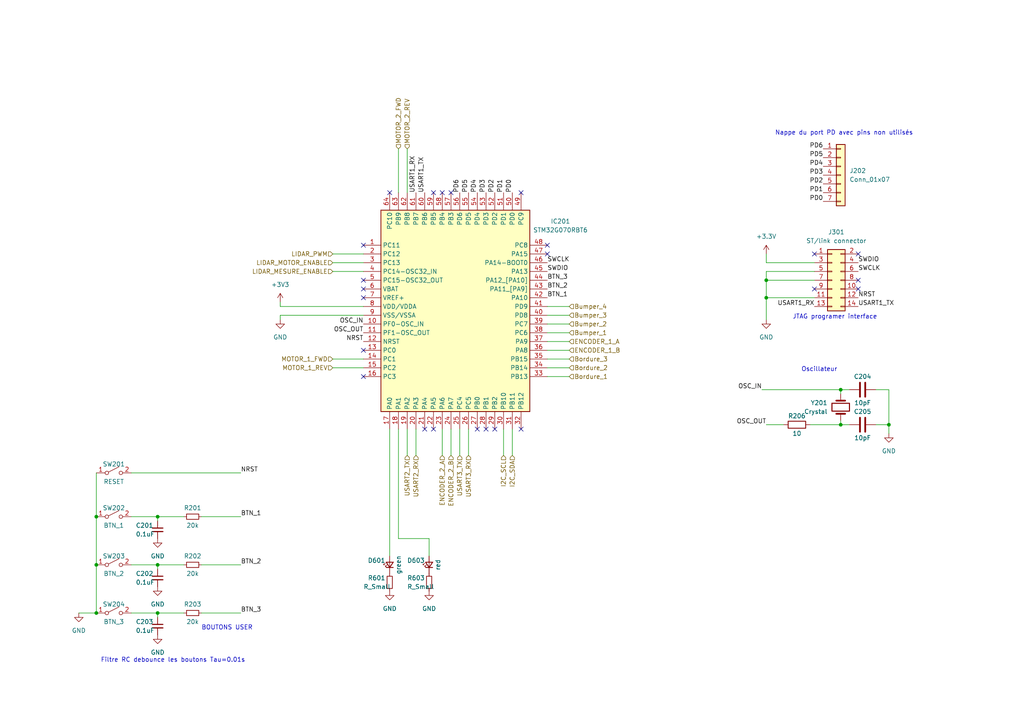
<source format=kicad_sch>
(kicad_sch (version 20230121) (generator eeschema)

  (uuid 8b99a7b4-087d-4749-be87-4483f01a817e)

  (paper "A4")

  (title_block
    (title "STM32 layout")
    (date "2023-09-19")
    (rev "0.1")
    (company "martifredomax corp")
  )

  (lib_symbols
    (symbol "Connector_Generic:Conn_01x07" (pin_names (offset 1.016) hide) (in_bom yes) (on_board yes)
      (property "Reference" "J" (at 0 10.16 0)
        (effects (font (size 1.27 1.27)))
      )
      (property "Value" "Conn_01x07" (at 0 -10.16 0)
        (effects (font (size 1.27 1.27)))
      )
      (property "Footprint" "" (at 0 0 0)
        (effects (font (size 1.27 1.27)) hide)
      )
      (property "Datasheet" "~" (at 0 0 0)
        (effects (font (size 1.27 1.27)) hide)
      )
      (property "ki_keywords" "connector" (at 0 0 0)
        (effects (font (size 1.27 1.27)) hide)
      )
      (property "ki_description" "Generic connector, single row, 01x07, script generated (kicad-library-utils/schlib/autogen/connector/)" (at 0 0 0)
        (effects (font (size 1.27 1.27)) hide)
      )
      (property "ki_fp_filters" "Connector*:*_1x??_*" (at 0 0 0)
        (effects (font (size 1.27 1.27)) hide)
      )
      (symbol "Conn_01x07_1_1"
        (rectangle (start -1.27 -7.493) (end 0 -7.747)
          (stroke (width 0.1524) (type default))
          (fill (type none))
        )
        (rectangle (start -1.27 -4.953) (end 0 -5.207)
          (stroke (width 0.1524) (type default))
          (fill (type none))
        )
        (rectangle (start -1.27 -2.413) (end 0 -2.667)
          (stroke (width 0.1524) (type default))
          (fill (type none))
        )
        (rectangle (start -1.27 0.127) (end 0 -0.127)
          (stroke (width 0.1524) (type default))
          (fill (type none))
        )
        (rectangle (start -1.27 2.667) (end 0 2.413)
          (stroke (width 0.1524) (type default))
          (fill (type none))
        )
        (rectangle (start -1.27 5.207) (end 0 4.953)
          (stroke (width 0.1524) (type default))
          (fill (type none))
        )
        (rectangle (start -1.27 7.747) (end 0 7.493)
          (stroke (width 0.1524) (type default))
          (fill (type none))
        )
        (rectangle (start -1.27 8.89) (end 1.27 -8.89)
          (stroke (width 0.254) (type default))
          (fill (type background))
        )
        (pin passive line (at -5.08 7.62 0) (length 3.81)
          (name "Pin_1" (effects (font (size 1.27 1.27))))
          (number "1" (effects (font (size 1.27 1.27))))
        )
        (pin passive line (at -5.08 5.08 0) (length 3.81)
          (name "Pin_2" (effects (font (size 1.27 1.27))))
          (number "2" (effects (font (size 1.27 1.27))))
        )
        (pin passive line (at -5.08 2.54 0) (length 3.81)
          (name "Pin_3" (effects (font (size 1.27 1.27))))
          (number "3" (effects (font (size 1.27 1.27))))
        )
        (pin passive line (at -5.08 0 0) (length 3.81)
          (name "Pin_4" (effects (font (size 1.27 1.27))))
          (number "4" (effects (font (size 1.27 1.27))))
        )
        (pin passive line (at -5.08 -2.54 0) (length 3.81)
          (name "Pin_5" (effects (font (size 1.27 1.27))))
          (number "5" (effects (font (size 1.27 1.27))))
        )
        (pin passive line (at -5.08 -5.08 0) (length 3.81)
          (name "Pin_6" (effects (font (size 1.27 1.27))))
          (number "6" (effects (font (size 1.27 1.27))))
        )
        (pin passive line (at -5.08 -7.62 0) (length 3.81)
          (name "Pin_7" (effects (font (size 1.27 1.27))))
          (number "7" (effects (font (size 1.27 1.27))))
        )
      )
    )
    (symbol "Connector_Generic:Conn_02x07_Odd_Even" (pin_names (offset 1.016) hide) (in_bom yes) (on_board yes)
      (property "Reference" "J" (at 1.27 10.16 0)
        (effects (font (size 1.27 1.27)))
      )
      (property "Value" "Conn_02x07_Odd_Even" (at 1.27 -10.16 0)
        (effects (font (size 1.27 1.27)))
      )
      (property "Footprint" "" (at 0 0 0)
        (effects (font (size 1.27 1.27)) hide)
      )
      (property "Datasheet" "~" (at 0 0 0)
        (effects (font (size 1.27 1.27)) hide)
      )
      (property "ki_keywords" "connector" (at 0 0 0)
        (effects (font (size 1.27 1.27)) hide)
      )
      (property "ki_description" "Generic connector, double row, 02x07, odd/even pin numbering scheme (row 1 odd numbers, row 2 even numbers), script generated (kicad-library-utils/schlib/autogen/connector/)" (at 0 0 0)
        (effects (font (size 1.27 1.27)) hide)
      )
      (property "ki_fp_filters" "Connector*:*_2x??_*" (at 0 0 0)
        (effects (font (size 1.27 1.27)) hide)
      )
      (symbol "Conn_02x07_Odd_Even_1_1"
        (rectangle (start -1.27 -7.493) (end 0 -7.747)
          (stroke (width 0.1524) (type default))
          (fill (type none))
        )
        (rectangle (start -1.27 -4.953) (end 0 -5.207)
          (stroke (width 0.1524) (type default))
          (fill (type none))
        )
        (rectangle (start -1.27 -2.413) (end 0 -2.667)
          (stroke (width 0.1524) (type default))
          (fill (type none))
        )
        (rectangle (start -1.27 0.127) (end 0 -0.127)
          (stroke (width 0.1524) (type default))
          (fill (type none))
        )
        (rectangle (start -1.27 2.667) (end 0 2.413)
          (stroke (width 0.1524) (type default))
          (fill (type none))
        )
        (rectangle (start -1.27 5.207) (end 0 4.953)
          (stroke (width 0.1524) (type default))
          (fill (type none))
        )
        (rectangle (start -1.27 7.747) (end 0 7.493)
          (stroke (width 0.1524) (type default))
          (fill (type none))
        )
        (rectangle (start -1.27 8.89) (end 3.81 -8.89)
          (stroke (width 0.254) (type default))
          (fill (type background))
        )
        (rectangle (start 3.81 -7.493) (end 2.54 -7.747)
          (stroke (width 0.1524) (type default))
          (fill (type none))
        )
        (rectangle (start 3.81 -4.953) (end 2.54 -5.207)
          (stroke (width 0.1524) (type default))
          (fill (type none))
        )
        (rectangle (start 3.81 -2.413) (end 2.54 -2.667)
          (stroke (width 0.1524) (type default))
          (fill (type none))
        )
        (rectangle (start 3.81 0.127) (end 2.54 -0.127)
          (stroke (width 0.1524) (type default))
          (fill (type none))
        )
        (rectangle (start 3.81 2.667) (end 2.54 2.413)
          (stroke (width 0.1524) (type default))
          (fill (type none))
        )
        (rectangle (start 3.81 5.207) (end 2.54 4.953)
          (stroke (width 0.1524) (type default))
          (fill (type none))
        )
        (rectangle (start 3.81 7.747) (end 2.54 7.493)
          (stroke (width 0.1524) (type default))
          (fill (type none))
        )
        (pin passive line (at -5.08 7.62 0) (length 3.81)
          (name "Pin_1" (effects (font (size 1.27 1.27))))
          (number "1" (effects (font (size 1.27 1.27))))
        )
        (pin passive line (at 7.62 -2.54 180) (length 3.81)
          (name "Pin_10" (effects (font (size 1.27 1.27))))
          (number "10" (effects (font (size 1.27 1.27))))
        )
        (pin passive line (at -5.08 -5.08 0) (length 3.81)
          (name "Pin_11" (effects (font (size 1.27 1.27))))
          (number "11" (effects (font (size 1.27 1.27))))
        )
        (pin passive line (at 7.62 -5.08 180) (length 3.81)
          (name "Pin_12" (effects (font (size 1.27 1.27))))
          (number "12" (effects (font (size 1.27 1.27))))
        )
        (pin passive line (at -5.08 -7.62 0) (length 3.81)
          (name "Pin_13" (effects (font (size 1.27 1.27))))
          (number "13" (effects (font (size 1.27 1.27))))
        )
        (pin passive line (at 7.62 -7.62 180) (length 3.81)
          (name "Pin_14" (effects (font (size 1.27 1.27))))
          (number "14" (effects (font (size 1.27 1.27))))
        )
        (pin passive line (at 7.62 7.62 180) (length 3.81)
          (name "Pin_2" (effects (font (size 1.27 1.27))))
          (number "2" (effects (font (size 1.27 1.27))))
        )
        (pin passive line (at -5.08 5.08 0) (length 3.81)
          (name "Pin_3" (effects (font (size 1.27 1.27))))
          (number "3" (effects (font (size 1.27 1.27))))
        )
        (pin passive line (at 7.62 5.08 180) (length 3.81)
          (name "Pin_4" (effects (font (size 1.27 1.27))))
          (number "4" (effects (font (size 1.27 1.27))))
        )
        (pin passive line (at -5.08 2.54 0) (length 3.81)
          (name "Pin_5" (effects (font (size 1.27 1.27))))
          (number "5" (effects (font (size 1.27 1.27))))
        )
        (pin passive line (at 7.62 2.54 180) (length 3.81)
          (name "Pin_6" (effects (font (size 1.27 1.27))))
          (number "6" (effects (font (size 1.27 1.27))))
        )
        (pin passive line (at -5.08 0 0) (length 3.81)
          (name "Pin_7" (effects (font (size 1.27 1.27))))
          (number "7" (effects (font (size 1.27 1.27))))
        )
        (pin passive line (at 7.62 0 180) (length 3.81)
          (name "Pin_8" (effects (font (size 1.27 1.27))))
          (number "8" (effects (font (size 1.27 1.27))))
        )
        (pin passive line (at -5.08 -2.54 0) (length 3.81)
          (name "Pin_9" (effects (font (size 1.27 1.27))))
          (number "9" (effects (font (size 1.27 1.27))))
        )
      )
    )
    (symbol "Device:C" (pin_numbers hide) (pin_names (offset 0.254)) (in_bom yes) (on_board yes)
      (property "Reference" "C" (at 0.635 2.54 0)
        (effects (font (size 1.27 1.27)) (justify left))
      )
      (property "Value" "C" (at 0.635 -2.54 0)
        (effects (font (size 1.27 1.27)) (justify left))
      )
      (property "Footprint" "" (at 0.9652 -3.81 0)
        (effects (font (size 1.27 1.27)) hide)
      )
      (property "Datasheet" "~" (at 0 0 0)
        (effects (font (size 1.27 1.27)) hide)
      )
      (property "ki_keywords" "cap capacitor" (at 0 0 0)
        (effects (font (size 1.27 1.27)) hide)
      )
      (property "ki_description" "Unpolarized capacitor" (at 0 0 0)
        (effects (font (size 1.27 1.27)) hide)
      )
      (property "ki_fp_filters" "C_*" (at 0 0 0)
        (effects (font (size 1.27 1.27)) hide)
      )
      (symbol "C_0_1"
        (polyline
          (pts
            (xy -2.032 -0.762)
            (xy 2.032 -0.762)
          )
          (stroke (width 0.508) (type default))
          (fill (type none))
        )
        (polyline
          (pts
            (xy -2.032 0.762)
            (xy 2.032 0.762)
          )
          (stroke (width 0.508) (type default))
          (fill (type none))
        )
      )
      (symbol "C_1_1"
        (pin passive line (at 0 3.81 270) (length 2.794)
          (name "~" (effects (font (size 1.27 1.27))))
          (number "1" (effects (font (size 1.27 1.27))))
        )
        (pin passive line (at 0 -3.81 90) (length 2.794)
          (name "~" (effects (font (size 1.27 1.27))))
          (number "2" (effects (font (size 1.27 1.27))))
        )
      )
    )
    (symbol "Device:C_Small" (pin_numbers hide) (pin_names (offset 0.254) hide) (in_bom yes) (on_board yes)
      (property "Reference" "C" (at 0.254 1.778 0)
        (effects (font (size 1.27 1.27)) (justify left))
      )
      (property "Value" "C_Small" (at 0.254 -2.032 0)
        (effects (font (size 1.27 1.27)) (justify left))
      )
      (property "Footprint" "" (at 0 0 0)
        (effects (font (size 1.27 1.27)) hide)
      )
      (property "Datasheet" "~" (at 0 0 0)
        (effects (font (size 1.27 1.27)) hide)
      )
      (property "ki_keywords" "capacitor cap" (at 0 0 0)
        (effects (font (size 1.27 1.27)) hide)
      )
      (property "ki_description" "Unpolarized capacitor, small symbol" (at 0 0 0)
        (effects (font (size 1.27 1.27)) hide)
      )
      (property "ki_fp_filters" "C_*" (at 0 0 0)
        (effects (font (size 1.27 1.27)) hide)
      )
      (symbol "C_Small_0_1"
        (polyline
          (pts
            (xy -1.524 -0.508)
            (xy 1.524 -0.508)
          )
          (stroke (width 0.3302) (type default))
          (fill (type none))
        )
        (polyline
          (pts
            (xy -1.524 0.508)
            (xy 1.524 0.508)
          )
          (stroke (width 0.3048) (type default))
          (fill (type none))
        )
      )
      (symbol "C_Small_1_1"
        (pin passive line (at 0 2.54 270) (length 2.032)
          (name "~" (effects (font (size 1.27 1.27))))
          (number "1" (effects (font (size 1.27 1.27))))
        )
        (pin passive line (at 0 -2.54 90) (length 2.032)
          (name "~" (effects (font (size 1.27 1.27))))
          (number "2" (effects (font (size 1.27 1.27))))
        )
      )
    )
    (symbol "Device:Crystal" (pin_numbers hide) (pin_names (offset 1.016) hide) (in_bom yes) (on_board yes)
      (property "Reference" "Y" (at 0 3.81 0)
        (effects (font (size 1.27 1.27)))
      )
      (property "Value" "Crystal" (at 0 -3.81 0)
        (effects (font (size 1.27 1.27)))
      )
      (property "Footprint" "" (at 0 0 0)
        (effects (font (size 1.27 1.27)) hide)
      )
      (property "Datasheet" "~" (at 0 0 0)
        (effects (font (size 1.27 1.27)) hide)
      )
      (property "ki_keywords" "quartz ceramic resonator oscillator" (at 0 0 0)
        (effects (font (size 1.27 1.27)) hide)
      )
      (property "ki_description" "Two pin crystal" (at 0 0 0)
        (effects (font (size 1.27 1.27)) hide)
      )
      (property "ki_fp_filters" "Crystal*" (at 0 0 0)
        (effects (font (size 1.27 1.27)) hide)
      )
      (symbol "Crystal_0_1"
        (rectangle (start -1.143 2.54) (end 1.143 -2.54)
          (stroke (width 0.3048) (type default))
          (fill (type none))
        )
        (polyline
          (pts
            (xy -2.54 0)
            (xy -1.905 0)
          )
          (stroke (width 0) (type default))
          (fill (type none))
        )
        (polyline
          (pts
            (xy -1.905 -1.27)
            (xy -1.905 1.27)
          )
          (stroke (width 0.508) (type default))
          (fill (type none))
        )
        (polyline
          (pts
            (xy 1.905 -1.27)
            (xy 1.905 1.27)
          )
          (stroke (width 0.508) (type default))
          (fill (type none))
        )
        (polyline
          (pts
            (xy 2.54 0)
            (xy 1.905 0)
          )
          (stroke (width 0) (type default))
          (fill (type none))
        )
      )
      (symbol "Crystal_1_1"
        (pin passive line (at -3.81 0 0) (length 1.27)
          (name "1" (effects (font (size 1.27 1.27))))
          (number "1" (effects (font (size 1.27 1.27))))
        )
        (pin passive line (at 3.81 0 180) (length 1.27)
          (name "2" (effects (font (size 1.27 1.27))))
          (number "2" (effects (font (size 1.27 1.27))))
        )
      )
    )
    (symbol "Device:LED_Small" (pin_numbers hide) (pin_names (offset 0.254) hide) (in_bom yes) (on_board yes)
      (property "Reference" "D" (at -1.27 3.175 0)
        (effects (font (size 1.27 1.27)) (justify left))
      )
      (property "Value" "LED_Small" (at -4.445 -2.54 0)
        (effects (font (size 1.27 1.27)) (justify left))
      )
      (property "Footprint" "" (at 0 0 90)
        (effects (font (size 1.27 1.27)) hide)
      )
      (property "Datasheet" "~" (at 0 0 90)
        (effects (font (size 1.27 1.27)) hide)
      )
      (property "ki_keywords" "LED diode light-emitting-diode" (at 0 0 0)
        (effects (font (size 1.27 1.27)) hide)
      )
      (property "ki_description" "Light emitting diode, small symbol" (at 0 0 0)
        (effects (font (size 1.27 1.27)) hide)
      )
      (property "ki_fp_filters" "LED* LED_SMD:* LED_THT:*" (at 0 0 0)
        (effects (font (size 1.27 1.27)) hide)
      )
      (symbol "LED_Small_0_1"
        (polyline
          (pts
            (xy -0.762 -1.016)
            (xy -0.762 1.016)
          )
          (stroke (width 0.254) (type default))
          (fill (type none))
        )
        (polyline
          (pts
            (xy 1.016 0)
            (xy -0.762 0)
          )
          (stroke (width 0) (type default))
          (fill (type none))
        )
        (polyline
          (pts
            (xy 0.762 -1.016)
            (xy -0.762 0)
            (xy 0.762 1.016)
            (xy 0.762 -1.016)
          )
          (stroke (width 0.254) (type default))
          (fill (type none))
        )
        (polyline
          (pts
            (xy 0 0.762)
            (xy -0.508 1.27)
            (xy -0.254 1.27)
            (xy -0.508 1.27)
            (xy -0.508 1.016)
          )
          (stroke (width 0) (type default))
          (fill (type none))
        )
        (polyline
          (pts
            (xy 0.508 1.27)
            (xy 0 1.778)
            (xy 0.254 1.778)
            (xy 0 1.778)
            (xy 0 1.524)
          )
          (stroke (width 0) (type default))
          (fill (type none))
        )
      )
      (symbol "LED_Small_1_1"
        (pin passive line (at -2.54 0 0) (length 1.778)
          (name "K" (effects (font (size 1.27 1.27))))
          (number "1" (effects (font (size 1.27 1.27))))
        )
        (pin passive line (at 2.54 0 180) (length 1.778)
          (name "A" (effects (font (size 1.27 1.27))))
          (number "2" (effects (font (size 1.27 1.27))))
        )
      )
    )
    (symbol "Device:R" (pin_numbers hide) (pin_names (offset 0)) (in_bom yes) (on_board yes)
      (property "Reference" "R" (at 2.032 0 90)
        (effects (font (size 1.27 1.27)))
      )
      (property "Value" "R" (at 0 0 90)
        (effects (font (size 1.27 1.27)))
      )
      (property "Footprint" "" (at -1.778 0 90)
        (effects (font (size 1.27 1.27)) hide)
      )
      (property "Datasheet" "~" (at 0 0 0)
        (effects (font (size 1.27 1.27)) hide)
      )
      (property "ki_keywords" "R res resistor" (at 0 0 0)
        (effects (font (size 1.27 1.27)) hide)
      )
      (property "ki_description" "Resistor" (at 0 0 0)
        (effects (font (size 1.27 1.27)) hide)
      )
      (property "ki_fp_filters" "R_*" (at 0 0 0)
        (effects (font (size 1.27 1.27)) hide)
      )
      (symbol "R_0_1"
        (rectangle (start -1.016 -2.54) (end 1.016 2.54)
          (stroke (width 0.254) (type default))
          (fill (type none))
        )
      )
      (symbol "R_1_1"
        (pin passive line (at 0 3.81 270) (length 1.27)
          (name "~" (effects (font (size 1.27 1.27))))
          (number "1" (effects (font (size 1.27 1.27))))
        )
        (pin passive line (at 0 -3.81 90) (length 1.27)
          (name "~" (effects (font (size 1.27 1.27))))
          (number "2" (effects (font (size 1.27 1.27))))
        )
      )
    )
    (symbol "Device:R_Small" (pin_numbers hide) (pin_names (offset 0.254) hide) (in_bom yes) (on_board yes)
      (property "Reference" "R" (at 0.762 0.508 0)
        (effects (font (size 1.27 1.27)) (justify left))
      )
      (property "Value" "R_Small" (at 0.762 -1.016 0)
        (effects (font (size 1.27 1.27)) (justify left))
      )
      (property "Footprint" "" (at 0 0 0)
        (effects (font (size 1.27 1.27)) hide)
      )
      (property "Datasheet" "~" (at 0 0 0)
        (effects (font (size 1.27 1.27)) hide)
      )
      (property "ki_keywords" "R resistor" (at 0 0 0)
        (effects (font (size 1.27 1.27)) hide)
      )
      (property "ki_description" "Resistor, small symbol" (at 0 0 0)
        (effects (font (size 1.27 1.27)) hide)
      )
      (property "ki_fp_filters" "R_*" (at 0 0 0)
        (effects (font (size 1.27 1.27)) hide)
      )
      (symbol "R_Small_0_1"
        (rectangle (start -0.762 1.778) (end 0.762 -1.778)
          (stroke (width 0.2032) (type default))
          (fill (type none))
        )
      )
      (symbol "R_Small_1_1"
        (pin passive line (at 0 2.54 270) (length 0.762)
          (name "~" (effects (font (size 1.27 1.27))))
          (number "1" (effects (font (size 1.27 1.27))))
        )
        (pin passive line (at 0 -2.54 90) (length 0.762)
          (name "~" (effects (font (size 1.27 1.27))))
          (number "2" (effects (font (size 1.27 1.27))))
        )
      )
    )
    (symbol "STM32G070RBT6:STM32G070RBT6" (in_bom yes) (on_board yes)
      (property "Reference" "IC" (at 49.53 15.24 0)
        (effects (font (size 1.27 1.27)) (justify left top))
      )
      (property "Value" "STM32G070RBT6" (at 49.53 12.7 0)
        (effects (font (size 1.27 1.27)) (justify left top))
      )
      (property "Footprint" "QFP50P1200X1200X160-64N" (at 49.53 -87.3 0)
        (effects (font (size 1.27 1.27)) (justify left top) hide)
      )
      (property "Datasheet" "https://componentsearchengine.com/Datasheets/1/STM32G070RBT6.pdf" (at 49.53 -187.3 0)
        (effects (font (size 1.27 1.27)) (justify left top) hide)
      )
      (property "Height" "1.6" (at 49.53 -387.3 0)
        (effects (font (size 1.27 1.27)) (justify left top) hide)
      )
      (property "Mouser Part Number" "511-STM32G070RBT6" (at 49.53 -487.3 0)
        (effects (font (size 1.27 1.27)) (justify left top) hide)
      )
      (property "Mouser Price/Stock" "https://www.mouser.co.uk/ProductDetail/STMicroelectronics/STM32G070RBT6?qs=l7cgNqFNU1g2MF3TqxTHUQ%3D%3D" (at 49.53 -587.3 0)
        (effects (font (size 1.27 1.27)) (justify left top) hide)
      )
      (property "Manufacturer_Name" "STMicroelectronics" (at 49.53 -687.3 0)
        (effects (font (size 1.27 1.27)) (justify left top) hide)
      )
      (property "Manufacturer_Part_Number" "STM32G070RBT6" (at 49.53 -787.3 0)
        (effects (font (size 1.27 1.27)) (justify left top) hide)
      )
      (property "ki_description" "ARM Microcontrollers - MCU Arm Cortex -M0+ 32-bit MCU, 128 KB Flash, 36 KB RAM, 4x USART, timers, ADC, comm. I/Fs, 2.0-3.6V" (at 0 0 0)
        (effects (font (size 1.27 1.27)) hide)
      )
      (symbol "STM32G070RBT6_1_1"
        (rectangle (start 5.08 10.16) (end 48.26 -48.26)
          (stroke (width 0.254) (type default))
          (fill (type background))
        )
        (pin passive line (at 0 0 0) (length 5.08)
          (name "PC11" (effects (font (size 1.27 1.27))))
          (number "1" (effects (font (size 1.27 1.27))))
        )
        (pin passive line (at 0 -22.86 0) (length 5.08)
          (name "PF0-OSC_IN" (effects (font (size 1.27 1.27))))
          (number "10" (effects (font (size 1.27 1.27))))
        )
        (pin passive line (at 0 -25.4 0) (length 5.08)
          (name "PF1-OSC_OUT" (effects (font (size 1.27 1.27))))
          (number "11" (effects (font (size 1.27 1.27))))
        )
        (pin passive line (at 0 -27.94 0) (length 5.08)
          (name "NRST" (effects (font (size 1.27 1.27))))
          (number "12" (effects (font (size 1.27 1.27))))
        )
        (pin passive line (at 0 -30.48 0) (length 5.08)
          (name "PC0" (effects (font (size 1.27 1.27))))
          (number "13" (effects (font (size 1.27 1.27))))
        )
        (pin passive line (at 0 -33.02 0) (length 5.08)
          (name "PC1" (effects (font (size 1.27 1.27))))
          (number "14" (effects (font (size 1.27 1.27))))
        )
        (pin passive line (at 0 -35.56 0) (length 5.08)
          (name "PC2" (effects (font (size 1.27 1.27))))
          (number "15" (effects (font (size 1.27 1.27))))
        )
        (pin passive line (at 0 -38.1 0) (length 5.08)
          (name "PC3" (effects (font (size 1.27 1.27))))
          (number "16" (effects (font (size 1.27 1.27))))
        )
        (pin passive line (at 7.62 -53.34 90) (length 5.08)
          (name "PA0" (effects (font (size 1.27 1.27))))
          (number "17" (effects (font (size 1.27 1.27))))
        )
        (pin passive line (at 10.16 -53.34 90) (length 5.08)
          (name "PA1" (effects (font (size 1.27 1.27))))
          (number "18" (effects (font (size 1.27 1.27))))
        )
        (pin passive line (at 12.7 -53.34 90) (length 5.08)
          (name "PA2" (effects (font (size 1.27 1.27))))
          (number "19" (effects (font (size 1.27 1.27))))
        )
        (pin passive line (at 0 -2.54 0) (length 5.08)
          (name "PC12" (effects (font (size 1.27 1.27))))
          (number "2" (effects (font (size 1.27 1.27))))
        )
        (pin passive line (at 15.24 -53.34 90) (length 5.08)
          (name "PA3" (effects (font (size 1.27 1.27))))
          (number "20" (effects (font (size 1.27 1.27))))
        )
        (pin passive line (at 17.78 -53.34 90) (length 5.08)
          (name "PA4" (effects (font (size 1.27 1.27))))
          (number "21" (effects (font (size 1.27 1.27))))
        )
        (pin passive line (at 20.32 -53.34 90) (length 5.08)
          (name "PA5" (effects (font (size 1.27 1.27))))
          (number "22" (effects (font (size 1.27 1.27))))
        )
        (pin passive line (at 22.86 -53.34 90) (length 5.08)
          (name "PA6" (effects (font (size 1.27 1.27))))
          (number "23" (effects (font (size 1.27 1.27))))
        )
        (pin passive line (at 25.4 -53.34 90) (length 5.08)
          (name "PA7" (effects (font (size 1.27 1.27))))
          (number "24" (effects (font (size 1.27 1.27))))
        )
        (pin passive line (at 27.94 -53.34 90) (length 5.08)
          (name "PC4" (effects (font (size 1.27 1.27))))
          (number "25" (effects (font (size 1.27 1.27))))
        )
        (pin passive line (at 30.48 -53.34 90) (length 5.08)
          (name "PC5" (effects (font (size 1.27 1.27))))
          (number "26" (effects (font (size 1.27 1.27))))
        )
        (pin passive line (at 33.02 -53.34 90) (length 5.08)
          (name "PB0" (effects (font (size 1.27 1.27))))
          (number "27" (effects (font (size 1.27 1.27))))
        )
        (pin passive line (at 35.56 -53.34 90) (length 5.08)
          (name "PB1" (effects (font (size 1.27 1.27))))
          (number "28" (effects (font (size 1.27 1.27))))
        )
        (pin passive line (at 38.1 -53.34 90) (length 5.08)
          (name "PB2" (effects (font (size 1.27 1.27))))
          (number "29" (effects (font (size 1.27 1.27))))
        )
        (pin passive line (at 0 -5.08 0) (length 5.08)
          (name "PC13" (effects (font (size 1.27 1.27))))
          (number "3" (effects (font (size 1.27 1.27))))
        )
        (pin passive line (at 40.64 -53.34 90) (length 5.08)
          (name "PB10" (effects (font (size 1.27 1.27))))
          (number "30" (effects (font (size 1.27 1.27))))
        )
        (pin passive line (at 43.18 -53.34 90) (length 5.08)
          (name "PB11" (effects (font (size 1.27 1.27))))
          (number "31" (effects (font (size 1.27 1.27))))
        )
        (pin passive line (at 45.72 -53.34 90) (length 5.08)
          (name "PB12" (effects (font (size 1.27 1.27))))
          (number "32" (effects (font (size 1.27 1.27))))
        )
        (pin passive line (at 53.34 -38.1 180) (length 5.08)
          (name "PB13" (effects (font (size 1.27 1.27))))
          (number "33" (effects (font (size 1.27 1.27))))
        )
        (pin passive line (at 53.34 -35.56 180) (length 5.08)
          (name "PB14" (effects (font (size 1.27 1.27))))
          (number "34" (effects (font (size 1.27 1.27))))
        )
        (pin passive line (at 53.34 -33.02 180) (length 5.08)
          (name "PB15" (effects (font (size 1.27 1.27))))
          (number "35" (effects (font (size 1.27 1.27))))
        )
        (pin passive line (at 53.34 -30.48 180) (length 5.08)
          (name "PA8" (effects (font (size 1.27 1.27))))
          (number "36" (effects (font (size 1.27 1.27))))
        )
        (pin passive line (at 53.34 -27.94 180) (length 5.08)
          (name "PA9" (effects (font (size 1.27 1.27))))
          (number "37" (effects (font (size 1.27 1.27))))
        )
        (pin passive line (at 53.34 -25.4 180) (length 5.08)
          (name "PC6" (effects (font (size 1.27 1.27))))
          (number "38" (effects (font (size 1.27 1.27))))
        )
        (pin passive line (at 53.34 -22.86 180) (length 5.08)
          (name "PC7" (effects (font (size 1.27 1.27))))
          (number "39" (effects (font (size 1.27 1.27))))
        )
        (pin passive line (at 0 -7.62 0) (length 5.08)
          (name "PC14-OSC32_IN" (effects (font (size 1.27 1.27))))
          (number "4" (effects (font (size 1.27 1.27))))
        )
        (pin passive line (at 53.34 -20.32 180) (length 5.08)
          (name "PD8" (effects (font (size 1.27 1.27))))
          (number "40" (effects (font (size 1.27 1.27))))
        )
        (pin passive line (at 53.34 -17.78 180) (length 5.08)
          (name "PD9" (effects (font (size 1.27 1.27))))
          (number "41" (effects (font (size 1.27 1.27))))
        )
        (pin passive line (at 53.34 -15.24 180) (length 5.08)
          (name "PA10" (effects (font (size 1.27 1.27))))
          (number "42" (effects (font (size 1.27 1.27))))
        )
        (pin passive line (at 53.34 -12.7 180) (length 5.08)
          (name "PA11_[PA9]" (effects (font (size 1.27 1.27))))
          (number "43" (effects (font (size 1.27 1.27))))
        )
        (pin passive line (at 53.34 -10.16 180) (length 5.08)
          (name "PA12_[PA10]" (effects (font (size 1.27 1.27))))
          (number "44" (effects (font (size 1.27 1.27))))
        )
        (pin passive line (at 53.34 -7.62 180) (length 5.08)
          (name "PA13" (effects (font (size 1.27 1.27))))
          (number "45" (effects (font (size 1.27 1.27))))
        )
        (pin passive line (at 53.34 -5.08 180) (length 5.08)
          (name "PA14-BOOT0" (effects (font (size 1.27 1.27))))
          (number "46" (effects (font (size 1.27 1.27))))
        )
        (pin passive line (at 53.34 -2.54 180) (length 5.08)
          (name "PA15" (effects (font (size 1.27 1.27))))
          (number "47" (effects (font (size 1.27 1.27))))
        )
        (pin passive line (at 53.34 0 180) (length 5.08)
          (name "PC8" (effects (font (size 1.27 1.27))))
          (number "48" (effects (font (size 1.27 1.27))))
        )
        (pin passive line (at 45.72 15.24 270) (length 5.08)
          (name "PC9" (effects (font (size 1.27 1.27))))
          (number "49" (effects (font (size 1.27 1.27))))
        )
        (pin passive line (at 0 -10.16 0) (length 5.08)
          (name "PC15-OSC32_OUT" (effects (font (size 1.27 1.27))))
          (number "5" (effects (font (size 1.27 1.27))))
        )
        (pin passive line (at 43.18 15.24 270) (length 5.08)
          (name "PD0" (effects (font (size 1.27 1.27))))
          (number "50" (effects (font (size 1.27 1.27))))
        )
        (pin passive line (at 40.64 15.24 270) (length 5.08)
          (name "PD1" (effects (font (size 1.27 1.27))))
          (number "51" (effects (font (size 1.27 1.27))))
        )
        (pin passive line (at 38.1 15.24 270) (length 5.08)
          (name "PD2" (effects (font (size 1.27 1.27))))
          (number "52" (effects (font (size 1.27 1.27))))
        )
        (pin passive line (at 35.56 15.24 270) (length 5.08)
          (name "PD3" (effects (font (size 1.27 1.27))))
          (number "53" (effects (font (size 1.27 1.27))))
        )
        (pin passive line (at 33.02 15.24 270) (length 5.08)
          (name "PD4" (effects (font (size 1.27 1.27))))
          (number "54" (effects (font (size 1.27 1.27))))
        )
        (pin passive line (at 30.48 15.24 270) (length 5.08)
          (name "PD5" (effects (font (size 1.27 1.27))))
          (number "55" (effects (font (size 1.27 1.27))))
        )
        (pin passive line (at 27.94 15.24 270) (length 5.08)
          (name "PD6" (effects (font (size 1.27 1.27))))
          (number "56" (effects (font (size 1.27 1.27))))
        )
        (pin passive line (at 25.4 15.24 270) (length 5.08)
          (name "PB3" (effects (font (size 1.27 1.27))))
          (number "57" (effects (font (size 1.27 1.27))))
        )
        (pin passive line (at 22.86 15.24 270) (length 5.08)
          (name "PB4" (effects (font (size 1.27 1.27))))
          (number "58" (effects (font (size 1.27 1.27))))
        )
        (pin passive line (at 20.32 15.24 270) (length 5.08)
          (name "PB5" (effects (font (size 1.27 1.27))))
          (number "59" (effects (font (size 1.27 1.27))))
        )
        (pin passive line (at 0 -12.7 0) (length 5.08)
          (name "VBAT" (effects (font (size 1.27 1.27))))
          (number "6" (effects (font (size 1.27 1.27))))
        )
        (pin passive line (at 17.78 15.24 270) (length 5.08)
          (name "PB6" (effects (font (size 1.27 1.27))))
          (number "60" (effects (font (size 1.27 1.27))))
        )
        (pin passive line (at 15.24 15.24 270) (length 5.08)
          (name "PB7" (effects (font (size 1.27 1.27))))
          (number "61" (effects (font (size 1.27 1.27))))
        )
        (pin passive line (at 12.7 15.24 270) (length 5.08)
          (name "PB8" (effects (font (size 1.27 1.27))))
          (number "62" (effects (font (size 1.27 1.27))))
        )
        (pin passive line (at 10.16 15.24 270) (length 5.08)
          (name "PB9" (effects (font (size 1.27 1.27))))
          (number "63" (effects (font (size 1.27 1.27))))
        )
        (pin passive line (at 7.62 15.24 270) (length 5.08)
          (name "PC10" (effects (font (size 1.27 1.27))))
          (number "64" (effects (font (size 1.27 1.27))))
        )
        (pin passive line (at 0 -15.24 0) (length 5.08)
          (name "VREF+" (effects (font (size 1.27 1.27))))
          (number "7" (effects (font (size 1.27 1.27))))
        )
        (pin passive line (at 0 -17.78 0) (length 5.08)
          (name "VDD/VDDA" (effects (font (size 1.27 1.27))))
          (number "8" (effects (font (size 1.27 1.27))))
        )
        (pin passive line (at 0 -20.32 0) (length 5.08)
          (name "VSS/VSSA" (effects (font (size 1.27 1.27))))
          (number "9" (effects (font (size 1.27 1.27))))
        )
      )
    )
    (symbol "Switch:SW_SPST" (pin_names (offset 0) hide) (in_bom yes) (on_board yes)
      (property "Reference" "SW" (at 0 3.175 0)
        (effects (font (size 1.27 1.27)))
      )
      (property "Value" "SW_SPST" (at 0 -2.54 0)
        (effects (font (size 1.27 1.27)))
      )
      (property "Footprint" "" (at 0 0 0)
        (effects (font (size 1.27 1.27)) hide)
      )
      (property "Datasheet" "~" (at 0 0 0)
        (effects (font (size 1.27 1.27)) hide)
      )
      (property "ki_keywords" "switch lever" (at 0 0 0)
        (effects (font (size 1.27 1.27)) hide)
      )
      (property "ki_description" "Single Pole Single Throw (SPST) switch" (at 0 0 0)
        (effects (font (size 1.27 1.27)) hide)
      )
      (symbol "SW_SPST_0_0"
        (circle (center -2.032 0) (radius 0.508)
          (stroke (width 0) (type default))
          (fill (type none))
        )
        (polyline
          (pts
            (xy -1.524 0.254)
            (xy 1.524 1.778)
          )
          (stroke (width 0) (type default))
          (fill (type none))
        )
        (circle (center 2.032 0) (radius 0.508)
          (stroke (width 0) (type default))
          (fill (type none))
        )
      )
      (symbol "SW_SPST_1_1"
        (pin passive line (at -5.08 0 0) (length 2.54)
          (name "A" (effects (font (size 1.27 1.27))))
          (number "1" (effects (font (size 1.27 1.27))))
        )
        (pin passive line (at 5.08 0 180) (length 2.54)
          (name "B" (effects (font (size 1.27 1.27))))
          (number "2" (effects (font (size 1.27 1.27))))
        )
      )
    )
    (symbol "power:+3.3V" (power) (pin_names (offset 0)) (in_bom yes) (on_board yes)
      (property "Reference" "#PWR" (at 0 -3.81 0)
        (effects (font (size 1.27 1.27)) hide)
      )
      (property "Value" "+3.3V" (at 0 3.556 0)
        (effects (font (size 1.27 1.27)))
      )
      (property "Footprint" "" (at 0 0 0)
        (effects (font (size 1.27 1.27)) hide)
      )
      (property "Datasheet" "" (at 0 0 0)
        (effects (font (size 1.27 1.27)) hide)
      )
      (property "ki_keywords" "global power" (at 0 0 0)
        (effects (font (size 1.27 1.27)) hide)
      )
      (property "ki_description" "Power symbol creates a global label with name \"+3.3V\"" (at 0 0 0)
        (effects (font (size 1.27 1.27)) hide)
      )
      (symbol "+3.3V_0_1"
        (polyline
          (pts
            (xy -0.762 1.27)
            (xy 0 2.54)
          )
          (stroke (width 0) (type default))
          (fill (type none))
        )
        (polyline
          (pts
            (xy 0 0)
            (xy 0 2.54)
          )
          (stroke (width 0) (type default))
          (fill (type none))
        )
        (polyline
          (pts
            (xy 0 2.54)
            (xy 0.762 1.27)
          )
          (stroke (width 0) (type default))
          (fill (type none))
        )
      )
      (symbol "+3.3V_1_1"
        (pin power_in line (at 0 0 90) (length 0) hide
          (name "+3.3V" (effects (font (size 1.27 1.27))))
          (number "1" (effects (font (size 1.27 1.27))))
        )
      )
    )
    (symbol "power:+3V3" (power) (pin_names (offset 0)) (in_bom yes) (on_board yes)
      (property "Reference" "#PWR" (at 0 -3.81 0)
        (effects (font (size 1.27 1.27)) hide)
      )
      (property "Value" "+3V3" (at 0 3.556 0)
        (effects (font (size 1.27 1.27)))
      )
      (property "Footprint" "" (at 0 0 0)
        (effects (font (size 1.27 1.27)) hide)
      )
      (property "Datasheet" "" (at 0 0 0)
        (effects (font (size 1.27 1.27)) hide)
      )
      (property "ki_keywords" "global power" (at 0 0 0)
        (effects (font (size 1.27 1.27)) hide)
      )
      (property "ki_description" "Power symbol creates a global label with name \"+3V3\"" (at 0 0 0)
        (effects (font (size 1.27 1.27)) hide)
      )
      (symbol "+3V3_0_1"
        (polyline
          (pts
            (xy -0.762 1.27)
            (xy 0 2.54)
          )
          (stroke (width 0) (type default))
          (fill (type none))
        )
        (polyline
          (pts
            (xy 0 0)
            (xy 0 2.54)
          )
          (stroke (width 0) (type default))
          (fill (type none))
        )
        (polyline
          (pts
            (xy 0 2.54)
            (xy 0.762 1.27)
          )
          (stroke (width 0) (type default))
          (fill (type none))
        )
      )
      (symbol "+3V3_1_1"
        (pin power_in line (at 0 0 90) (length 0) hide
          (name "+3V3" (effects (font (size 1.27 1.27))))
          (number "1" (effects (font (size 1.27 1.27))))
        )
      )
    )
    (symbol "power:GND" (power) (pin_names (offset 0)) (in_bom yes) (on_board yes)
      (property "Reference" "#PWR" (at 0 -6.35 0)
        (effects (font (size 1.27 1.27)) hide)
      )
      (property "Value" "GND" (at 0 -3.81 0)
        (effects (font (size 1.27 1.27)))
      )
      (property "Footprint" "" (at 0 0 0)
        (effects (font (size 1.27 1.27)) hide)
      )
      (property "Datasheet" "" (at 0 0 0)
        (effects (font (size 1.27 1.27)) hide)
      )
      (property "ki_keywords" "global power" (at 0 0 0)
        (effects (font (size 1.27 1.27)) hide)
      )
      (property "ki_description" "Power symbol creates a global label with name \"GND\" , ground" (at 0 0 0)
        (effects (font (size 1.27 1.27)) hide)
      )
      (symbol "GND_0_1"
        (polyline
          (pts
            (xy 0 0)
            (xy 0 -1.27)
            (xy 1.27 -1.27)
            (xy 0 -2.54)
            (xy -1.27 -1.27)
            (xy 0 -1.27)
          )
          (stroke (width 0) (type default))
          (fill (type none))
        )
      )
      (symbol "GND_1_1"
        (pin power_in line (at 0 0 270) (length 0) hide
          (name "GND" (effects (font (size 1.27 1.27))))
          (number "1" (effects (font (size 1.27 1.27))))
        )
      )
    )
  )

  (junction (at 45.72 163.83) (diameter 0) (color 0 0 0 0)
    (uuid 1070dc5c-bb4e-4bda-afeb-de4cc4726ea6)
  )
  (junction (at 243.84 113.03) (diameter 0) (color 0 0 0 0)
    (uuid 5d75f0ee-a144-4155-a9e4-c4fba1ce4fce)
  )
  (junction (at 27.94 149.86) (diameter 0) (color 0 0 0 0)
    (uuid 62c5d5ee-1cbb-4fe9-a8a3-e3d80097dc5b)
  )
  (junction (at 45.72 149.86) (diameter 0) (color 0 0 0 0)
    (uuid 8f4cada7-fd28-4f94-a8bd-047315f1b49c)
  )
  (junction (at 222.25 86.36) (diameter 0) (color 0 0 0 0)
    (uuid ae0f95b4-b8e5-4d7b-b982-16418e1e06d8)
  )
  (junction (at 243.84 123.19) (diameter 0) (color 0 0 0 0)
    (uuid ae165aff-fa35-46c4-9fb2-e8c3a3686aea)
  )
  (junction (at 257.81 123.19) (diameter 0) (color 0 0 0 0)
    (uuid c186de39-8dc3-4199-b10a-0b57fbdb3094)
  )
  (junction (at 27.94 163.83) (diameter 0) (color 0 0 0 0)
    (uuid ce752af7-7d42-4d1c-9f3c-cc1398555c28)
  )
  (junction (at 222.25 81.28) (diameter 0) (color 0 0 0 0)
    (uuid f14c172f-01a1-4483-bea5-5f5c399d2fc9)
  )
  (junction (at 45.72 177.8) (diameter 0) (color 0 0 0 0)
    (uuid f7e7ed62-fd16-43a0-bfd1-05c019ec2996)
  )
  (junction (at 27.94 177.8) (diameter 0) (color 0 0 0 0)
    (uuid fb46f030-b287-45c9-bbba-977c9547479e)
  )

  (no_connect (at 140.97 124.46) (uuid 04a9d2b4-da35-4ed3-835a-f3eb845d03b8))
  (no_connect (at 143.51 124.46) (uuid 1869bf1c-b272-4495-9bdd-860e655a43fd))
  (no_connect (at 236.22 73.66) (uuid 1883286b-8f12-4a05-a0ac-dffaa3b5aeb4))
  (no_connect (at 105.41 81.28) (uuid 1fa6ef7b-ccc8-43a1-8d0f-10fb2e6ad163))
  (no_connect (at 128.27 55.88) (uuid 234fb8c4-3675-4ce0-af79-0f2e1df1bede))
  (no_connect (at 105.41 109.22) (uuid 2dbd6023-4bdc-4b8a-b612-0e2a4dbb56a2))
  (no_connect (at 236.22 83.82) (uuid 350172a0-2c54-4c1f-9c4d-ea76215a16e1))
  (no_connect (at 113.03 55.88) (uuid 432af35c-603a-4f01-8e86-5dc8564a09d4))
  (no_connect (at 105.41 86.36) (uuid 4711a1cc-fc40-47b4-8c7b-9c1dc488edc5))
  (no_connect (at 248.92 73.66) (uuid 491bb4dc-3b7b-4f12-9c05-ea2a6dcba3c6))
  (no_connect (at 125.73 55.88) (uuid 5072592f-bbb2-47cd-a5ad-a6a37f630f64))
  (no_connect (at 138.43 124.46) (uuid 5323716d-4460-4c02-a593-0b9af3b3a678))
  (no_connect (at 105.41 101.6) (uuid 59b48e29-5c41-431a-9b5a-cc0eff79b82b))
  (no_connect (at 123.19 124.46) (uuid 6ab63ff0-6351-48fd-a131-25d1693c53f5))
  (no_connect (at 130.81 55.88) (uuid 6f219119-8fbf-48e9-b18a-526d2e61c364))
  (no_connect (at 158.75 71.12) (uuid 764fc2cb-dca6-427f-b2ab-828d812f4e15))
  (no_connect (at 105.41 71.12) (uuid 782020ca-9d5e-4a29-a4aa-458cb9cf5793))
  (no_connect (at 158.75 73.66) (uuid 799e9fa5-be77-4836-9b45-2ee5eef0251f))
  (no_connect (at 248.92 83.82) (uuid 89a6a47a-b20d-435f-99a1-b4a5b7f1bee7))
  (no_connect (at 125.73 124.46) (uuid 9e77365a-590b-4182-8f2a-55c2b51e8a02))
  (no_connect (at 248.92 81.28) (uuid be25738b-9ae3-4d6b-91c8-62441d439af3))
  (no_connect (at 151.13 55.88) (uuid d9d06a63-85df-4b32-95d6-18c0780b800f))
  (no_connect (at 105.41 83.82) (uuid e2ab2432-f05f-4d8a-a3f4-3b11a99fda74))
  (no_connect (at 151.13 124.46) (uuid e7035ccb-36d5-4048-9bd5-0893c8274d8f))

  (wire (pts (xy 38.1 149.86) (xy 45.72 149.86))
    (stroke (width 0) (type default))
    (uuid 0664d88f-5ca4-4af8-bb18-9d353cfc174c)
  )
  (wire (pts (xy 133.35 132.08) (xy 133.35 124.46))
    (stroke (width 0) (type default))
    (uuid 0870c0e8-3849-41c4-8c1e-9d304ded3265)
  )
  (wire (pts (xy 118.11 132.08) (xy 118.11 124.46))
    (stroke (width 0) (type default))
    (uuid 14b81fcb-63d7-4192-af0a-22297f34fd79)
  )
  (wire (pts (xy 165.1 99.06) (xy 158.75 99.06))
    (stroke (width 0) (type default))
    (uuid 16004818-afb0-4b1e-9709-07235a55e207)
  )
  (wire (pts (xy 45.72 149.86) (xy 45.72 151.13))
    (stroke (width 0) (type default))
    (uuid 1a8fc8dd-ea43-4231-89d4-39b80ef7c954)
  )
  (wire (pts (xy 222.25 123.19) (xy 227.33 123.19))
    (stroke (width 0) (type default))
    (uuid 1d38ed8f-e82c-4df4-8aa3-40b480b21375)
  )
  (wire (pts (xy 115.57 156.21) (xy 124.46 156.21))
    (stroke (width 0) (type default))
    (uuid 25a42575-7cde-4a29-9c5d-d1b520c89cd5)
  )
  (wire (pts (xy 165.1 101.6) (xy 158.75 101.6))
    (stroke (width 0) (type default))
    (uuid 29f07f53-97cf-4b17-b7f2-886a7547228a)
  )
  (wire (pts (xy 96.52 76.2) (xy 105.41 76.2))
    (stroke (width 0) (type default))
    (uuid 2ead837c-7b0c-486c-8ac9-d23c71eccafc)
  )
  (wire (pts (xy 222.25 73.66) (xy 222.25 76.2))
    (stroke (width 0) (type default))
    (uuid 33fa94d4-6403-4d80-b0b3-565a530895ec)
  )
  (wire (pts (xy 146.05 132.08) (xy 146.05 124.46))
    (stroke (width 0) (type default))
    (uuid 3490dbd5-6e7a-405b-ad30-9dffc579ce7b)
  )
  (wire (pts (xy 38.1 177.8) (xy 45.72 177.8))
    (stroke (width 0) (type default))
    (uuid 38a3592f-3fe5-412f-a021-be7879cf0211)
  )
  (wire (pts (xy 222.25 92.71) (xy 222.25 86.36))
    (stroke (width 0) (type default))
    (uuid 3c4341ee-dccc-45a2-8ee7-74b6141020e7)
  )
  (wire (pts (xy 105.41 91.44) (xy 81.28 91.44))
    (stroke (width 0) (type default))
    (uuid 3d30d466-0257-4df7-a2a2-cdd99586d166)
  )
  (wire (pts (xy 45.72 149.86) (xy 53.34 149.86))
    (stroke (width 0) (type default))
    (uuid 45df0627-3b3a-4c12-897e-bb0602839b45)
  )
  (wire (pts (xy 45.72 177.8) (xy 45.72 179.07))
    (stroke (width 0) (type default))
    (uuid 46e3bb91-35ee-4c09-bfc0-833ef0a1535e)
  )
  (wire (pts (xy 165.1 104.14) (xy 158.75 104.14))
    (stroke (width 0) (type default))
    (uuid 4e296354-d1b0-4461-9bb9-0070c814f91d)
  )
  (wire (pts (xy 81.28 88.9) (xy 81.28 87.63))
    (stroke (width 0) (type default))
    (uuid 562c2dab-1764-48a0-b401-6392f723a9dc)
  )
  (wire (pts (xy 222.25 78.74) (xy 222.25 81.28))
    (stroke (width 0) (type default))
    (uuid 5f1dba59-460c-4b49-99ce-228e6ee1708b)
  )
  (wire (pts (xy 113.03 124.46) (xy 113.03 161.29))
    (stroke (width 0) (type default))
    (uuid 5f3444ac-6db1-42bc-8931-49d43be23699)
  )
  (wire (pts (xy 257.81 123.19) (xy 257.81 125.73))
    (stroke (width 0) (type default))
    (uuid 6710d2d8-435f-4330-8c95-9b2ece65fa31)
  )
  (wire (pts (xy 222.25 76.2) (xy 236.22 76.2))
    (stroke (width 0) (type default))
    (uuid 6751efa5-63e0-4832-945d-61ee00547662)
  )
  (wire (pts (xy 115.57 124.46) (xy 115.57 156.21))
    (stroke (width 0) (type default))
    (uuid 6a4a81d8-2a49-4d18-a3fc-8fe68dc09d95)
  )
  (wire (pts (xy 165.1 109.22) (xy 158.75 109.22))
    (stroke (width 0) (type default))
    (uuid 6b9eeadc-7292-4d1f-85eb-3f557566880a)
  )
  (wire (pts (xy 128.27 132.08) (xy 128.27 124.46))
    (stroke (width 0) (type default))
    (uuid 703a4fc6-b9b0-4703-9bbf-00577c5149d9)
  )
  (wire (pts (xy 58.42 149.86) (xy 69.85 149.86))
    (stroke (width 0) (type default))
    (uuid 76105d14-2846-40c1-8a98-66c31df3337a)
  )
  (wire (pts (xy 96.52 73.66) (xy 105.41 73.66))
    (stroke (width 0) (type default))
    (uuid 7838c12f-3ff2-4400-8181-82f7be8ac1eb)
  )
  (wire (pts (xy 220.98 113.03) (xy 243.84 113.03))
    (stroke (width 0) (type default))
    (uuid 7d3ff41d-20de-4c37-ad4b-d521d1cd4a51)
  )
  (wire (pts (xy 165.1 96.52) (xy 158.75 96.52))
    (stroke (width 0) (type default))
    (uuid 7dd84b60-4dd8-4020-8a4d-aae51ce5cd26)
  )
  (wire (pts (xy 165.1 106.68) (xy 158.75 106.68))
    (stroke (width 0) (type default))
    (uuid 7f07d936-1ae5-4713-82d6-197aa312619f)
  )
  (wire (pts (xy 254 113.03) (xy 257.81 113.03))
    (stroke (width 0) (type default))
    (uuid 81f5d3ab-2ebf-4d1c-b22c-48a7041524c2)
  )
  (wire (pts (xy 124.46 156.21) (xy 124.46 161.29))
    (stroke (width 0) (type default))
    (uuid 8485e318-6496-4fd6-ae1c-bf9d0d726507)
  )
  (wire (pts (xy 22.86 177.8) (xy 27.94 177.8))
    (stroke (width 0) (type default))
    (uuid 86b932dd-ada1-4eca-bcf6-dc565ae505aa)
  )
  (wire (pts (xy 120.65 132.08) (xy 120.65 124.46))
    (stroke (width 0) (type default))
    (uuid 872f0751-a5bd-4567-ba12-000d875b6673)
  )
  (wire (pts (xy 148.59 132.08) (xy 148.59 124.46))
    (stroke (width 0) (type default))
    (uuid 87ea532b-4cc6-49a0-95bc-453f6cc3436c)
  )
  (wire (pts (xy 222.25 81.28) (xy 222.25 86.36))
    (stroke (width 0) (type default))
    (uuid 888582cd-9108-4c86-b3f3-4d02b4161308)
  )
  (wire (pts (xy 115.57 43.18) (xy 115.57 55.88))
    (stroke (width 0) (type default))
    (uuid 88c88291-bba6-4b27-965f-f5a72f7ecfa4)
  )
  (wire (pts (xy 27.94 163.83) (xy 27.94 177.8))
    (stroke (width 0) (type default))
    (uuid 8add74ef-8622-49cc-9d35-1d412305379d)
  )
  (wire (pts (xy 45.72 177.8) (xy 53.34 177.8))
    (stroke (width 0) (type default))
    (uuid 8d3a1bbe-297d-48ad-b04b-bae6ebb49150)
  )
  (wire (pts (xy 118.11 43.18) (xy 118.11 55.88))
    (stroke (width 0) (type default))
    (uuid 9a580041-22f7-4b38-bca7-137c9581dca3)
  )
  (wire (pts (xy 254 123.19) (xy 257.81 123.19))
    (stroke (width 0) (type default))
    (uuid a20d9988-6b25-47f8-bf9f-116ec951fd29)
  )
  (wire (pts (xy 96.52 78.74) (xy 105.41 78.74))
    (stroke (width 0) (type default))
    (uuid ac0379a5-e5d8-4a2b-8995-b6c016dde6f4)
  )
  (wire (pts (xy 222.25 81.28) (xy 236.22 81.28))
    (stroke (width 0) (type default))
    (uuid acb95efb-fce4-4e3c-9db2-9097afda1c53)
  )
  (wire (pts (xy 38.1 163.83) (xy 45.72 163.83))
    (stroke (width 0) (type default))
    (uuid ad8e2942-0f08-4f70-924b-f9b35cbbeec8)
  )
  (wire (pts (xy 45.72 163.83) (xy 53.34 163.83))
    (stroke (width 0) (type default))
    (uuid b0dc5312-8e26-495c-a240-c50272386c19)
  )
  (wire (pts (xy 81.28 91.44) (xy 81.28 92.71))
    (stroke (width 0) (type default))
    (uuid b18db193-961b-4a9c-a0fc-b94be54f4fdc)
  )
  (wire (pts (xy 243.84 121.92) (xy 243.84 123.19))
    (stroke (width 0) (type default))
    (uuid b2c8fcf1-a206-4117-8624-bf00fa84ff40)
  )
  (wire (pts (xy 165.1 88.9) (xy 158.75 88.9))
    (stroke (width 0) (type default))
    (uuid b2df04df-cd53-4e25-8090-5c7aeea651b0)
  )
  (wire (pts (xy 165.1 91.44) (xy 158.75 91.44))
    (stroke (width 0) (type default))
    (uuid ba0c6ccf-3898-455f-b6d3-1c55b2f22dc1)
  )
  (wire (pts (xy 222.25 78.74) (xy 236.22 78.74))
    (stroke (width 0) (type default))
    (uuid ba1ea95c-9e6f-4d13-b3b6-d014b06462e2)
  )
  (wire (pts (xy 165.1 93.98) (xy 158.75 93.98))
    (stroke (width 0) (type default))
    (uuid c648d7b7-e20c-4bbc-ab3c-7f6aaf4cad20)
  )
  (wire (pts (xy 130.81 132.08) (xy 130.81 124.46))
    (stroke (width 0) (type default))
    (uuid c7abaa63-2c75-4faa-a80b-01967a57eb30)
  )
  (wire (pts (xy 222.25 86.36) (xy 236.22 86.36))
    (stroke (width 0) (type default))
    (uuid c7e0dfac-0375-4708-b5a4-e1f90495bd03)
  )
  (wire (pts (xy 135.89 132.08) (xy 135.89 124.46))
    (stroke (width 0) (type default))
    (uuid c8769308-6e7a-466d-8d14-7a064a404ffb)
  )
  (wire (pts (xy 27.94 149.86) (xy 27.94 163.83))
    (stroke (width 0) (type default))
    (uuid d2caf877-d497-4e6a-9a0d-3e4dd00a2430)
  )
  (wire (pts (xy 105.41 88.9) (xy 81.28 88.9))
    (stroke (width 0) (type default))
    (uuid d3b2aad6-9640-446a-ac51-b7eafb48a0fe)
  )
  (wire (pts (xy 243.84 113.03) (xy 246.38 113.03))
    (stroke (width 0) (type default))
    (uuid d591c1ff-74b0-43a9-866a-57298944f1e3)
  )
  (wire (pts (xy 58.42 177.8) (xy 69.85 177.8))
    (stroke (width 0) (type default))
    (uuid d6e6bbef-dc31-468e-bab5-21086c8dfcf3)
  )
  (wire (pts (xy 45.72 163.83) (xy 45.72 165.1))
    (stroke (width 0) (type default))
    (uuid d9da2e41-fdba-49bb-8c19-67350f844297)
  )
  (wire (pts (xy 243.84 123.19) (xy 246.38 123.19))
    (stroke (width 0) (type default))
    (uuid da600055-398e-4fa3-9894-a3ec5bb149d0)
  )
  (wire (pts (xy 243.84 114.3) (xy 243.84 113.03))
    (stroke (width 0) (type default))
    (uuid df3308b5-44c6-4b7e-a649-3a74e5410689)
  )
  (wire (pts (xy 96.52 104.14) (xy 105.41 104.14))
    (stroke (width 0) (type default))
    (uuid e2bbec15-a464-43d1-af08-0372e85d3dae)
  )
  (wire (pts (xy 27.94 137.16) (xy 27.94 149.86))
    (stroke (width 0) (type default))
    (uuid e46f9f3a-0bc0-47d2-9cfc-c84de9c18800)
  )
  (wire (pts (xy 234.95 123.19) (xy 243.84 123.19))
    (stroke (width 0) (type default))
    (uuid e5229cd0-45f3-4abe-a1de-7b23886a70b2)
  )
  (wire (pts (xy 58.42 163.83) (xy 69.85 163.83))
    (stroke (width 0) (type default))
    (uuid eb9e1176-48aa-47a7-bbdb-1e9efa84109c)
  )
  (wire (pts (xy 69.85 137.16) (xy 38.1 137.16))
    (stroke (width 0) (type default))
    (uuid ef3c6266-c444-4b1c-b5d7-11859cdd7924)
  )
  (wire (pts (xy 96.52 106.68) (xy 105.41 106.68))
    (stroke (width 0) (type default))
    (uuid fd42714f-f4fd-43c0-93f5-3b2b77af3cc9)
  )
  (wire (pts (xy 257.81 113.03) (xy 257.81 123.19))
    (stroke (width 0) (type default))
    (uuid fe495b0d-7341-4193-8481-5b8e2f4d9ee8)
  )

  (text "JTAG programer interface\n" (at 229.87 92.71 0)
    (effects (font (size 1.27 1.27)) (justify left bottom))
    (uuid 2d21ce84-83a6-4e9e-936f-0a332aceb1fa)
  )
  (text "BOUTONS USER" (at 58.42 182.88 0)
    (effects (font (size 1.27 1.27)) (justify left bottom))
    (uuid a1b8aa47-c9fa-44d5-aa85-2ef0c911b839)
  )
  (text "Filtre RC debounce les boutons Tau=0.01s\n\n" (at 29.21 194.31 0)
    (effects (font (size 1.27 1.27)) (justify left bottom))
    (uuid b33ddee4-f969-4ded-a681-5cfe6f3cf3f6)
  )
  (text "Nappe du port PD avec pins non utilisés\n" (at 224.79 39.37 0)
    (effects (font (size 1.27 1.27)) (justify left bottom))
    (uuid b568f79e-e3e9-4553-b29c-0c86827e0e3e)
  )
  (text "Oscillateur" (at 232.41 107.95 0)
    (effects (font (size 1.27 1.27)) (justify left bottom))
    (uuid d4eeb677-7a66-4ce5-bb1e-d77eb773d56a)
  )

  (label "PD2" (at 238.76 53.34 180) (fields_autoplaced)
    (effects (font (size 1.27 1.27)) (justify right bottom))
    (uuid 0aedf5a6-ce3d-48b9-8285-7f01c287d6fb)
  )
  (label "PD0" (at 238.76 58.42 180) (fields_autoplaced)
    (effects (font (size 1.27 1.27)) (justify right bottom))
    (uuid 0c88b705-d4c3-461c-a8c4-b0fcc31fe3a5)
  )
  (label "PD6" (at 238.76 43.18 180) (fields_autoplaced)
    (effects (font (size 1.27 1.27)) (justify right bottom))
    (uuid 155364e4-3196-4b3f-93db-ea481e96e834)
  )
  (label "BTN_3" (at 69.85 177.8 0) (fields_autoplaced)
    (effects (font (size 1.27 1.27)) (justify left bottom))
    (uuid 15ba5650-5155-4247-804c-32f6abeeb96a)
  )
  (label "BTN_1" (at 69.85 149.86 0) (fields_autoplaced)
    (effects (font (size 1.27 1.27)) (justify left bottom))
    (uuid 1fefc3a9-551e-4693-9b4b-a9e2669c2b0f)
  )
  (label "USART1_TX" (at 123.19 55.88 90) (fields_autoplaced)
    (effects (font (size 1.27 1.27)) (justify left bottom))
    (uuid 28def242-fefa-4366-bea5-53c7420fd52d)
  )
  (label "NRST" (at 69.85 137.16 0) (fields_autoplaced)
    (effects (font (size 1.27 1.27)) (justify left bottom))
    (uuid 2a3cb330-66be-4c4a-bc3c-161059344bad)
  )
  (label "OSC_IN" (at 220.98 113.03 180) (fields_autoplaced)
    (effects (font (size 1.27 1.27)) (justify right bottom))
    (uuid 327f80e3-73c1-4387-ae5f-c68b69d73b7f)
  )
  (label "USART1_TX" (at 248.92 88.9 0) (fields_autoplaced)
    (effects (font (size 1.27 1.27)) (justify left bottom))
    (uuid 3af69332-c0c3-485a-b1e2-1f21e69ed3ca)
  )
  (label "PD0" (at 148.59 55.88 90) (fields_autoplaced)
    (effects (font (size 1.27 1.27)) (justify left bottom))
    (uuid 40698ba5-1c6b-43e6-b8de-672e331c8a8b)
  )
  (label "SWCLK" (at 248.92 78.74 0) (fields_autoplaced)
    (effects (font (size 1.27 1.27)) (justify left bottom))
    (uuid 41c4e134-007a-474c-b55e-a051556e6251)
  )
  (label "OSC_OUT" (at 105.41 96.52 180) (fields_autoplaced)
    (effects (font (size 1.27 1.27)) (justify right bottom))
    (uuid 49fa7504-7848-48b0-91d4-8dc4eea54202)
  )
  (label "SWDIO" (at 248.92 76.2 0) (fields_autoplaced)
    (effects (font (size 1.27 1.27)) (justify left bottom))
    (uuid 4c2f894e-341c-452d-a309-980ff10f675b)
  )
  (label "OSC_OUT" (at 222.25 123.19 180) (fields_autoplaced)
    (effects (font (size 1.27 1.27)) (justify right bottom))
    (uuid 4e8dc5c5-f045-4645-b668-df18267bc958)
  )
  (label "PD6" (at 133.35 55.88 90) (fields_autoplaced)
    (effects (font (size 1.27 1.27)) (justify left bottom))
    (uuid 5a3448bb-aaab-4616-8c0c-55b80a408fe5)
  )
  (label "NRST" (at 105.41 99.06 180) (fields_autoplaced)
    (effects (font (size 1.27 1.27)) (justify right bottom))
    (uuid 5f3d8dbc-c70b-4528-b7da-92853ce5d5a5)
  )
  (label "OSC_IN" (at 105.41 93.98 180) (fields_autoplaced)
    (effects (font (size 1.27 1.27)) (justify right bottom))
    (uuid 66f1bcaa-5554-468c-b8e2-8cbb3223f2b6)
  )
  (label "BTN_3" (at 158.75 81.28 0) (fields_autoplaced)
    (effects (font (size 1.27 1.27)) (justify left bottom))
    (uuid 73685535-feb7-4100-8796-f929357117cc)
  )
  (label "PD4" (at 138.43 55.88 90) (fields_autoplaced)
    (effects (font (size 1.27 1.27)) (justify left bottom))
    (uuid 7c240aec-d47d-4a25-b084-483b825a2df0)
  )
  (label "PD4" (at 238.76 48.26 180) (fields_autoplaced)
    (effects (font (size 1.27 1.27)) (justify right bottom))
    (uuid 7cb69f47-84e6-48ea-bf51-30814938141a)
  )
  (label "USART1_RX" (at 120.65 55.88 90) (fields_autoplaced)
    (effects (font (size 1.27 1.27)) (justify left bottom))
    (uuid 7de0ae74-9a0e-446d-ba03-7a172308760d)
  )
  (label "PD5" (at 135.89 55.88 90) (fields_autoplaced)
    (effects (font (size 1.27 1.27)) (justify left bottom))
    (uuid 8174bc53-0a89-434a-85b7-a7efd4d69c58)
  )
  (label "USART1_RX" (at 236.22 88.9 180) (fields_autoplaced)
    (effects (font (size 1.27 1.27)) (justify right bottom))
    (uuid 8dff63f5-e001-49e3-98a3-198b519e5443)
  )
  (label "PD5" (at 238.76 45.72 180) (fields_autoplaced)
    (effects (font (size 1.27 1.27)) (justify right bottom))
    (uuid 98c2c64d-9d64-4ac2-90fe-a744e5942284)
  )
  (label "SWCLK" (at 158.75 76.2 0) (fields_autoplaced)
    (effects (font (size 1.27 1.27)) (justify left bottom))
    (uuid 9a9ef884-4ceb-4146-9b1f-f12eda706e8e)
  )
  (label "PD3" (at 140.97 55.88 90) (fields_autoplaced)
    (effects (font (size 1.27 1.27)) (justify left bottom))
    (uuid 9c8e4c17-94fb-4db5-b3ef-2329955d598d)
  )
  (label "BTN_2" (at 69.85 163.83 0) (fields_autoplaced)
    (effects (font (size 1.27 1.27)) (justify left bottom))
    (uuid a579ee67-027f-42af-99ab-85563bd51a94)
  )
  (label "NRST" (at 248.92 86.36 0) (fields_autoplaced)
    (effects (font (size 1.27 1.27)) (justify left bottom))
    (uuid a7ae1a77-aa5f-44ca-8d5d-81f1a357d9aa)
  )
  (label "BTN_1" (at 158.75 86.36 0) (fields_autoplaced)
    (effects (font (size 1.27 1.27)) (justify left bottom))
    (uuid aa7f5d4b-fa76-43ed-a7de-4c1de079a8de)
  )
  (label "SWDIO" (at 158.75 78.74 0) (fields_autoplaced)
    (effects (font (size 1.27 1.27)) (justify left bottom))
    (uuid b327d9a0-83cc-422c-889e-01b10913ec05)
  )
  (label "PD1" (at 238.76 55.88 180) (fields_autoplaced)
    (effects (font (size 1.27 1.27)) (justify right bottom))
    (uuid b9af1ff7-b0b8-4908-9811-eaf3afbc7749)
  )
  (label "PD1" (at 146.05 55.88 90) (fields_autoplaced)
    (effects (font (size 1.27 1.27)) (justify left bottom))
    (uuid c008a3d0-968c-4495-a6d8-c53605b89426)
  )
  (label "PD2" (at 143.51 55.88 90) (fields_autoplaced)
    (effects (font (size 1.27 1.27)) (justify left bottom))
    (uuid c6deffce-5971-4ac2-9b5a-3107f3c0b526)
  )
  (label "PD3" (at 238.76 50.8 180) (fields_autoplaced)
    (effects (font (size 1.27 1.27)) (justify right bottom))
    (uuid dc177af5-a117-4f63-a2c3-78f48c474177)
  )
  (label "BTN_2" (at 158.75 83.82 0) (fields_autoplaced)
    (effects (font (size 1.27 1.27)) (justify left bottom))
    (uuid f3a015f8-66de-4483-9d2a-2a0361e41cd8)
  )

  (hierarchical_label "MOTOR_1_FWD" (shape input) (at 96.52 104.14 180) (fields_autoplaced)
    (effects (font (size 1.27 1.27)) (justify right))
    (uuid 0d1d4e4b-a9a7-49bb-a194-98c906f294f5)
  )
  (hierarchical_label "USART3_RX" (shape input) (at 135.89 132.08 270) (fields_autoplaced)
    (effects (font (size 1.27 1.27)) (justify right))
    (uuid 16807879-5b11-4cc3-ad93-fa48188bf288)
  )
  (hierarchical_label "ENCODER_1_A" (shape input) (at 165.1 99.06 0) (fields_autoplaced)
    (effects (font (size 1.27 1.27)) (justify left))
    (uuid 1b278f2e-8df1-4bd3-b7a4-615aee3221b1)
  )
  (hierarchical_label "ENCODER_2_B" (shape input) (at 130.81 132.08 270) (fields_autoplaced)
    (effects (font (size 1.27 1.27)) (justify right))
    (uuid 22fb97e3-2784-4de0-9e51-6e9dfa4f36f7)
  )
  (hierarchical_label "Bumper_4" (shape input) (at 165.1 88.9 0) (fields_autoplaced)
    (effects (font (size 1.27 1.27)) (justify left))
    (uuid 2f05ef76-b197-45ae-87a1-f035834c63c9)
  )
  (hierarchical_label "USART3_TX" (shape input) (at 133.35 132.08 270) (fields_autoplaced)
    (effects (font (size 1.27 1.27)) (justify right))
    (uuid 3ea4f666-8dde-426f-b475-d72f307c9432)
  )
  (hierarchical_label "Bumper_3" (shape input) (at 165.1 91.44 0) (fields_autoplaced)
    (effects (font (size 1.27 1.27)) (justify left))
    (uuid 3f651367-2cd1-4dd6-9f1d-330089c91290)
  )
  (hierarchical_label "Bumper_1" (shape input) (at 165.1 96.52 0) (fields_autoplaced)
    (effects (font (size 1.27 1.27)) (justify left))
    (uuid 44198204-1f8c-4060-a90d-0adca2942848)
  )
  (hierarchical_label "Bumper_2" (shape input) (at 165.1 93.98 0) (fields_autoplaced)
    (effects (font (size 1.27 1.27)) (justify left))
    (uuid 4c773943-0636-4d1d-a1fc-70d601b7a571)
  )
  (hierarchical_label "Bordure_1" (shape input) (at 165.1 109.22 0) (fields_autoplaced)
    (effects (font (size 1.27 1.27)) (justify left))
    (uuid 52686b27-6ac3-4959-a2e6-ff52035fdd04)
  )
  (hierarchical_label "USART2_TX" (shape input) (at 118.11 132.08 270) (fields_autoplaced)
    (effects (font (size 1.27 1.27)) (justify right))
    (uuid 529649da-b462-43f8-8d9d-f53fb3056f56)
  )
  (hierarchical_label "MOTOR_1_REV" (shape input) (at 96.52 106.68 180) (fields_autoplaced)
    (effects (font (size 1.27 1.27)) (justify right))
    (uuid 54c19575-ea15-4d6d-afcd-13dc835541ac)
  )
  (hierarchical_label "LIDAR_MOTOR_ENABLE" (shape input) (at 96.52 76.2 180) (fields_autoplaced)
    (effects (font (size 1.27 1.27)) (justify right))
    (uuid 5694f06f-f98f-4cb0-ad84-b1093fb56ed9)
  )
  (hierarchical_label "USART2_RX" (shape input) (at 120.65 132.08 270) (fields_autoplaced)
    (effects (font (size 1.27 1.27)) (justify right))
    (uuid 5bca8325-c9c5-4e61-b0e8-4696698920b8)
  )
  (hierarchical_label "MOTOR_2_FWD" (shape input) (at 115.57 43.18 90) (fields_autoplaced)
    (effects (font (size 1.27 1.27)) (justify left))
    (uuid 5fe9c2cb-b985-472d-ad79-15094426c1ad)
  )
  (hierarchical_label "I2C_SCL" (shape input) (at 146.05 132.08 270) (fields_autoplaced)
    (effects (font (size 1.27 1.27)) (justify right))
    (uuid 73e58ebd-8400-4bb5-b9c9-635b3e361ba6)
  )
  (hierarchical_label "MOTOR_2_REV" (shape input) (at 118.11 43.18 90) (fields_autoplaced)
    (effects (font (size 1.27 1.27)) (justify left))
    (uuid 91b07b7e-00a1-4143-b426-0fd9936835fb)
  )
  (hierarchical_label "LIDAR_MESURE_ENABLE" (shape input) (at 96.52 78.74 180) (fields_autoplaced)
    (effects (font (size 1.27 1.27)) (justify right))
    (uuid 92bbb504-324d-4ccd-a465-0ba996616065)
  )
  (hierarchical_label "ENCODER_1_B" (shape input) (at 165.1 101.6 0) (fields_autoplaced)
    (effects (font (size 1.27 1.27)) (justify left))
    (uuid 9942c05a-91a1-4c81-9379-abbf99f1c4fd)
  )
  (hierarchical_label "Bordure_3" (shape input) (at 165.1 104.14 0) (fields_autoplaced)
    (effects (font (size 1.27 1.27)) (justify left))
    (uuid b8e25445-ba89-43f7-98ab-f36119634479)
  )
  (hierarchical_label "I2C_SDA" (shape input) (at 148.59 132.08 270) (fields_autoplaced)
    (effects (font (size 1.27 1.27)) (justify right))
    (uuid c7a2b185-e929-4532-b7e1-cf8f13e52d73)
  )
  (hierarchical_label "Bordure_2" (shape input) (at 165.1 106.68 0) (fields_autoplaced)
    (effects (font (size 1.27 1.27)) (justify left))
    (uuid d17d12b4-ad8c-49ce-a9d8-4131a683e586)
  )
  (hierarchical_label "ENCODER_2_A" (shape input) (at 128.27 132.08 270) (fields_autoplaced)
    (effects (font (size 1.27 1.27)) (justify right))
    (uuid d77e8dfe-d1c4-4406-bfcc-68f22a3d9bb1)
  )
  (hierarchical_label "LIDAR_PWM" (shape input) (at 96.52 73.66 180) (fields_autoplaced)
    (effects (font (size 1.27 1.27)) (justify right))
    (uuid f7057798-0dd6-4630-979d-b470db53c310)
  )

  (symbol (lib_id "Device:R_Small") (at 113.03 168.91 0) (unit 1)
    (in_bom yes) (on_board yes) (dnp no)
    (uuid 03701142-2b8c-418b-bbcd-ce9f448c26e9)
    (property "Reference" "R601" (at 106.68 167.64 0)
      (effects (font (size 1.27 1.27)) (justify left))
    )
    (property "Value" "R_Small" (at 105.41 170.18 0)
      (effects (font (size 1.27 1.27)) (justify left))
    )
    (property "Footprint" "" (at 113.03 168.91 0)
      (effects (font (size 1.27 1.27)) hide)
    )
    (property "Datasheet" "~" (at 113.03 168.91 0)
      (effects (font (size 1.27 1.27)) hide)
    )
    (pin "1" (uuid e621cf9b-77dc-4f16-9a26-b608c7986c87))
    (pin "2" (uuid 330d4177-3a70-4ef5-91a3-3956f5b7c15b))
    (instances
      (project "projet"
        (path "/72843e5b-039f-43c6-ac6b-21bc38672670/3a7e19ea-ce35-4a7a-ac90-3d945470fc6b"
          (reference "R601") (unit 1)
        )
      )
      (project "kicad_chat-souris"
        (path "/b1ddc66d-dbe7-4cff-b97f-1f0ce7ceeee4/a13fe5f2-f6e5-4a93-b768-5d6eb675b5fa"
          (reference "R204") (unit 1)
        )
      )
    )
  )

  (symbol (lib_id "Switch:SW_SPST") (at 33.02 137.16 0) (unit 1)
    (in_bom yes) (on_board yes) (dnp no)
    (uuid 070ba7e7-b392-4bdd-8299-33e2f6bf5c9a)
    (property "Reference" "SW201" (at 33.02 134.62 0)
      (effects (font (size 1.27 1.27)))
    )
    (property "Value" "RESET" (at 33.02 139.7 0)
      (effects (font (size 1.27 1.27)))
    )
    (property "Footprint" "" (at 33.02 137.16 0)
      (effects (font (size 1.27 1.27)) hide)
    )
    (property "Datasheet" "~" (at 33.02 137.16 0)
      (effects (font (size 1.27 1.27)) hide)
    )
    (pin "1" (uuid 29776756-b7e0-4f69-ac2b-c6ed7e46a08c))
    (pin "2" (uuid 95cc5d83-03fa-422d-84b1-e837bda5c90e))
    (instances
      (project "kicad_chat-souris"
        (path "/b1ddc66d-dbe7-4cff-b97f-1f0ce7ceeee4/a13fe5f2-f6e5-4a93-b768-5d6eb675b5fa"
          (reference "SW201") (unit 1)
        )
      )
    )
  )

  (symbol (lib_id "Switch:SW_SPST") (at 33.02 163.83 0) (unit 1)
    (in_bom yes) (on_board yes) (dnp no)
    (uuid 202923d3-64f9-43d6-a4b0-98f45c6f3708)
    (property "Reference" "SW203" (at 33.02 161.29 0)
      (effects (font (size 1.27 1.27)))
    )
    (property "Value" "BTN_2" (at 33.02 166.37 0)
      (effects (font (size 1.27 1.27)))
    )
    (property "Footprint" "" (at 33.02 163.83 0)
      (effects (font (size 1.27 1.27)) hide)
    )
    (property "Datasheet" "~" (at 33.02 163.83 0)
      (effects (font (size 1.27 1.27)) hide)
    )
    (pin "1" (uuid 286a245c-1d32-49e2-a443-e2170af5ccbb))
    (pin "2" (uuid 07a3b8cd-45aa-4cb8-9222-a44696bde897))
    (instances
      (project "kicad_chat-souris"
        (path "/b1ddc66d-dbe7-4cff-b97f-1f0ce7ceeee4/a13fe5f2-f6e5-4a93-b768-5d6eb675b5fa"
          (reference "SW203") (unit 1)
        )
      )
    )
  )

  (symbol (lib_id "Device:C_Small") (at 45.72 181.61 0) (unit 1)
    (in_bom yes) (on_board yes) (dnp no)
    (uuid 21677ca5-ea41-48f4-9d0a-657d705d79e9)
    (property "Reference" "C203" (at 39.37 180.34 0)
      (effects (font (size 1.27 1.27)) (justify left))
    )
    (property "Value" "0.1uF" (at 39.37 182.88 0)
      (effects (font (size 1.27 1.27)) (justify left))
    )
    (property "Footprint" "" (at 45.72 181.61 0)
      (effects (font (size 1.27 1.27)) hide)
    )
    (property "Datasheet" "~" (at 45.72 181.61 0)
      (effects (font (size 1.27 1.27)) hide)
    )
    (pin "1" (uuid 2f320886-ee22-416a-bd49-a1f1ecfcaeaf))
    (pin "2" (uuid b2188cdf-172e-4a98-91e8-1a6bfabe1c10))
    (instances
      (project "kicad_chat-souris"
        (path "/b1ddc66d-dbe7-4cff-b97f-1f0ce7ceeee4/a13fe5f2-f6e5-4a93-b768-5d6eb675b5fa"
          (reference "C203") (unit 1)
        )
      )
    )
  )

  (symbol (lib_id "Device:LED_Small") (at 124.46 163.83 90) (unit 1)
    (in_bom yes) (on_board yes) (dnp no)
    (uuid 2bc43a30-f0f1-4e81-947f-5d327773f771)
    (property "Reference" "D603" (at 120.65 162.56 90)
      (effects (font (size 1.27 1.27)))
    )
    (property "Value" "red" (at 127 163.83 0)
      (effects (font (size 1.27 1.27)))
    )
    (property "Footprint" "" (at 124.46 163.83 90)
      (effects (font (size 1.27 1.27)) hide)
    )
    (property "Datasheet" "~" (at 124.46 163.83 90)
      (effects (font (size 1.27 1.27)) hide)
    )
    (pin "1" (uuid 4fdea9e5-63ec-478f-ad5e-15b463e12434))
    (pin "2" (uuid 71d315a9-722a-42e3-a452-2bb27bdc0144))
    (instances
      (project "projet"
        (path "/72843e5b-039f-43c6-ac6b-21bc38672670/3a7e19ea-ce35-4a7a-ac90-3d945470fc6b"
          (reference "D603") (unit 1)
        )
      )
      (project "kicad_chat-souris"
        (path "/b1ddc66d-dbe7-4cff-b97f-1f0ce7ceeee4/a13fe5f2-f6e5-4a93-b768-5d6eb675b5fa"
          (reference "D202") (unit 1)
        )
      )
    )
  )

  (symbol (lib_id "power:GND") (at 113.03 171.45 0) (unit 1)
    (in_bom yes) (on_board yes) (dnp no) (fields_autoplaced)
    (uuid 34b02557-a775-4b2d-b7e8-e201e15b8132)
    (property "Reference" "#PWR0601" (at 113.03 177.8 0)
      (effects (font (size 1.27 1.27)) hide)
    )
    (property "Value" "GND" (at 113.03 176.53 0)
      (effects (font (size 1.27 1.27)))
    )
    (property "Footprint" "" (at 113.03 171.45 0)
      (effects (font (size 1.27 1.27)) hide)
    )
    (property "Datasheet" "" (at 113.03 171.45 0)
      (effects (font (size 1.27 1.27)) hide)
    )
    (pin "1" (uuid d0843fd2-0556-48f6-99f3-641520caf3db))
    (instances
      (project "projet"
        (path "/72843e5b-039f-43c6-ac6b-21bc38672670/3a7e19ea-ce35-4a7a-ac90-3d945470fc6b"
          (reference "#PWR0601") (unit 1)
        )
      )
      (project "kicad_chat-souris"
        (path "/b1ddc66d-dbe7-4cff-b97f-1f0ce7ceeee4/a13fe5f2-f6e5-4a93-b768-5d6eb675b5fa"
          (reference "#PWR0207") (unit 1)
        )
      )
    )
  )

  (symbol (lib_id "power:GND") (at 45.72 156.21 0) (unit 1)
    (in_bom yes) (on_board yes) (dnp no) (fields_autoplaced)
    (uuid 4020a574-f832-4334-ab36-a70e7912b4c8)
    (property "Reference" "#PWR0202" (at 45.72 162.56 0)
      (effects (font (size 1.27 1.27)) hide)
    )
    (property "Value" "GND" (at 45.72 161.29 0)
      (effects (font (size 1.27 1.27)))
    )
    (property "Footprint" "" (at 45.72 156.21 0)
      (effects (font (size 1.27 1.27)) hide)
    )
    (property "Datasheet" "" (at 45.72 156.21 0)
      (effects (font (size 1.27 1.27)) hide)
    )
    (pin "1" (uuid 78498207-0328-430f-bba4-a69d4eff49f6))
    (instances
      (project "kicad_chat-souris"
        (path "/b1ddc66d-dbe7-4cff-b97f-1f0ce7ceeee4/a13fe5f2-f6e5-4a93-b768-5d6eb675b5fa"
          (reference "#PWR0202") (unit 1)
        )
      )
    )
  )

  (symbol (lib_id "STM32G070RBT6:STM32G070RBT6") (at 105.41 71.12 0) (unit 1)
    (in_bom yes) (on_board yes) (dnp no) (fields_autoplaced)
    (uuid 442a1c74-1385-473a-a6cb-0b14b8c7f02c)
    (property "Reference" "IC201" (at 162.56 64.1919 0)
      (effects (font (size 1.27 1.27)))
    )
    (property "Value" "STM32G070RBT6" (at 162.56 66.7319 0)
      (effects (font (size 1.27 1.27)))
    )
    (property "Footprint" "Package_QFP:LQFP-64_10x10mm_P0.5mm" (at 154.94 158.42 0)
      (effects (font (size 1.27 1.27)) (justify left top) hide)
    )
    (property "Datasheet" "https://componentsearchengine.com/Datasheets/1/STM32G070RBT6.pdf" (at 154.94 258.42 0)
      (effects (font (size 1.27 1.27)) (justify left top) hide)
    )
    (property "Height" "1.6" (at 154.94 458.42 0)
      (effects (font (size 1.27 1.27)) (justify left top) hide)
    )
    (property "Mouser Part Number" "511-STM32G070RBT6" (at 154.94 558.42 0)
      (effects (font (size 1.27 1.27)) (justify left top) hide)
    )
    (property "Mouser Price/Stock" "https://www.mouser.co.uk/ProductDetail/STMicroelectronics/STM32G070RBT6?qs=l7cgNqFNU1g2MF3TqxTHUQ%3D%3D" (at 154.94 658.42 0)
      (effects (font (size 1.27 1.27)) (justify left top) hide)
    )
    (property "Manufacturer_Name" "STMicroelectronics" (at 154.94 758.42 0)
      (effects (font (size 1.27 1.27)) (justify left top) hide)
    )
    (property "Manufacturer_Part_Number" "STM32G070RBT6" (at 154.94 858.42 0)
      (effects (font (size 1.27 1.27)) (justify left top) hide)
    )
    (pin "1" (uuid 8c1aff1e-7a74-4868-9692-e2d51a9d8f52))
    (pin "10" (uuid 0a8058f0-7a91-494b-8feb-f245f7ce1a3e))
    (pin "11" (uuid c9fe618f-3d2f-45b4-bb64-b5ebc8d10c56))
    (pin "12" (uuid 4b83cd9b-cc5c-428a-bf12-c4d63a4d4335))
    (pin "13" (uuid 79735b4a-7f61-460f-82c1-15b25e054ad7))
    (pin "14" (uuid 2f74fcba-c965-45ca-a4e3-c824618926eb))
    (pin "15" (uuid ffb5d2f0-4003-45f3-b57b-1625b0a0bf4e))
    (pin "16" (uuid 7b6cbbd0-3583-4578-aeb6-b1302a53ab7a))
    (pin "17" (uuid 30e19b21-9b1c-4966-bcab-62928ef5278f))
    (pin "18" (uuid 9d6586ba-70d9-42ca-98fe-27cb4a5a3fa2))
    (pin "19" (uuid 474b3105-35ee-48f8-bb17-e789adc05736))
    (pin "2" (uuid 12c82376-e413-41d9-bb77-f177121b68b8))
    (pin "20" (uuid 36be91b6-38a6-4fe3-8a3c-3d4118b18a69))
    (pin "21" (uuid 02d8663f-7398-48c9-ac5e-83bd9faccfe4))
    (pin "22" (uuid 4d458db4-b766-4314-81af-ad5ad7a7b121))
    (pin "23" (uuid 12112fe5-bbe2-4b1a-9074-772f93fdc622))
    (pin "24" (uuid 35fbf5cb-a839-410e-a023-2c2a6ba70c15))
    (pin "25" (uuid 3dafe009-9209-4b75-8dc7-8a469072deda))
    (pin "26" (uuid 92064221-931e-4586-9005-e4eaf05222e5))
    (pin "27" (uuid d0407b54-def6-4ebd-9bec-f5cf06fd9d8d))
    (pin "28" (uuid e814f78f-691e-496c-bbe7-07e131e9907d))
    (pin "29" (uuid 7e119adb-3e72-4db9-a56a-66a26b8c5caf))
    (pin "3" (uuid 0705e8e7-eb3a-46ba-acec-1dc4bfab7466))
    (pin "30" (uuid acc5f7b1-9d5e-4383-ba2c-0f536767aad1))
    (pin "31" (uuid 0289ea90-4c1e-4e46-b063-af0bda7c5fdc))
    (pin "32" (uuid a24a5b0d-64ec-4ec2-8875-9580c9d28c50))
    (pin "33" (uuid 6b028c1c-37c2-4ced-b221-e32e8e9ce061))
    (pin "34" (uuid cae8b00d-f36f-4746-a8f9-bd35e768820e))
    (pin "35" (uuid 7b8d0c4a-b8de-44ce-ba07-db603fb25df1))
    (pin "36" (uuid 54539da5-1abd-4996-8a45-5caed4b12e07))
    (pin "37" (uuid f099f935-20f1-49f9-8605-b94a1aba0f9f))
    (pin "38" (uuid 8d462d9b-05ca-47f5-9dee-96fb245b6b3f))
    (pin "39" (uuid 978e6fea-2a20-489d-9da3-846bb1aed52c))
    (pin "4" (uuid b3b8b508-06af-4e9a-8475-bd52a5a862ef))
    (pin "40" (uuid e184414a-74fd-49c9-920e-e9336c7506fb))
    (pin "41" (uuid 5378b8ca-9d12-44d5-a453-6a8011d31b17))
    (pin "42" (uuid 85df76a1-c43c-4c88-813f-612b7a3cdd0d))
    (pin "43" (uuid 27096746-6725-4834-a53c-0bef17493b70))
    (pin "44" (uuid 40ccbfcc-c828-402d-909a-4dd24c6a3142))
    (pin "45" (uuid 393e941c-097b-4a58-ac41-426b19a56f3c))
    (pin "46" (uuid 0ee060c9-9c35-43e3-88e8-c820309f97ae))
    (pin "47" (uuid 4b20bc27-3470-4100-9263-8bf7057a3ee6))
    (pin "48" (uuid 813f9f3b-f6ce-41d2-8797-582f5d723516))
    (pin "49" (uuid abd04cbb-ab01-4959-9326-47c89bbba295))
    (pin "5" (uuid b9618a4b-7579-483b-83d5-c4db5fb53504))
    (pin "50" (uuid 0af6962e-182c-4b7f-b6e1-f2b3f0bf27fe))
    (pin "51" (uuid 414e3dcc-fecd-41f9-a114-2e2503b5e733))
    (pin "52" (uuid 7f2e3abe-ba56-4c22-82e6-ddcd74d5dc3a))
    (pin "53" (uuid 23344741-0e77-4e13-a717-ac01a4f9b3d5))
    (pin "54" (uuid 00068c7b-7414-4c92-b04f-e8a14da7a4eb))
    (pin "55" (uuid c8fdbb0d-297e-4bb8-bf6d-e52f278f4410))
    (pin "56" (uuid 780cafd3-f990-45fb-8fdf-31f5deb233ad))
    (pin "57" (uuid 2074dc84-972e-4d1e-9f99-4ae251c5c9e7))
    (pin "58" (uuid aef58904-e1cc-4d20-b7ea-5eae7e47c100))
    (pin "59" (uuid ba2064c1-e19a-481b-9e6d-c47a5d2d9abc))
    (pin "6" (uuid b4700cf7-6e4d-45d4-88dd-14421ef12d31))
    (pin "60" (uuid 7bc9554f-98a8-48d6-ba80-cb685d34ba4b))
    (pin "61" (uuid 4cc681b8-2d6f-48f2-ad65-e5c66b41bb31))
    (pin "62" (uuid 1afd3576-735b-4571-a48d-ec9dd1e2360f))
    (pin "63" (uuid 91197e2b-5fd9-49f9-9dbc-3dd101b9f947))
    (pin "64" (uuid 454cea78-5397-4eb5-91dc-42eb61d49445))
    (pin "7" (uuid 7e912326-3851-4f17-b571-4cd3fd4e208d))
    (pin "8" (uuid 60e0aae3-57b6-4521-b6ac-ffcd19bde54d))
    (pin "9" (uuid 468656c2-889a-4b18-ba23-c11a7d5e90a4))
    (instances
      (project "kicad_chat-souris"
        (path "/b1ddc66d-dbe7-4cff-b97f-1f0ce7ceeee4/a13fe5f2-f6e5-4a93-b768-5d6eb675b5fa"
          (reference "IC201") (unit 1)
        )
      )
    )
  )

  (symbol (lib_id "Device:C_Small") (at 45.72 153.67 0) (unit 1)
    (in_bom yes) (on_board yes) (dnp no)
    (uuid 443270bd-9ffa-4b7b-a9aa-076f4539f36e)
    (property "Reference" "C201" (at 39.37 152.4 0)
      (effects (font (size 1.27 1.27)) (justify left))
    )
    (property "Value" "0.1uF" (at 39.37 154.94 0)
      (effects (font (size 1.27 1.27)) (justify left))
    )
    (property "Footprint" "" (at 45.72 153.67 0)
      (effects (font (size 1.27 1.27)) hide)
    )
    (property "Datasheet" "~" (at 45.72 153.67 0)
      (effects (font (size 1.27 1.27)) hide)
    )
    (pin "1" (uuid 19c8b5ef-2baf-4821-aa77-69ca18be4fc1))
    (pin "2" (uuid 2dd797c3-cf88-4c32-b6af-5ffc1c343cb8))
    (instances
      (project "kicad_chat-souris"
        (path "/b1ddc66d-dbe7-4cff-b97f-1f0ce7ceeee4/a13fe5f2-f6e5-4a93-b768-5d6eb675b5fa"
          (reference "C201") (unit 1)
        )
      )
    )
  )

  (symbol (lib_id "Device:R") (at 231.14 123.19 90) (unit 1)
    (in_bom yes) (on_board yes) (dnp no)
    (uuid 46f84f00-da71-40a0-998e-5b76f688ab63)
    (property "Reference" "R206" (at 231.14 120.65 90)
      (effects (font (size 1.27 1.27)))
    )
    (property "Value" "10" (at 231.14 125.73 90)
      (effects (font (size 1.27 1.27)))
    )
    (property "Footprint" "" (at 231.14 124.968 90)
      (effects (font (size 1.27 1.27)) hide)
    )
    (property "Datasheet" "~" (at 231.14 123.19 0)
      (effects (font (size 1.27 1.27)) hide)
    )
    (pin "1" (uuid 675dbcbe-624c-4cc2-86e5-4da17db32c99))
    (pin "2" (uuid f10b3023-3e05-4ef6-8035-1b05850ba207))
    (instances
      (project "kicad_chat-souris"
        (path "/b1ddc66d-dbe7-4cff-b97f-1f0ce7ceeee4/a13fe5f2-f6e5-4a93-b768-5d6eb675b5fa"
          (reference "R206") (unit 1)
        )
      )
    )
  )

  (symbol (lib_id "power:GND") (at 257.81 125.73 0) (unit 1)
    (in_bom yes) (on_board yes) (dnp no) (fields_autoplaced)
    (uuid 4b885b8e-b2d6-4232-8743-73dcc06495b3)
    (property "Reference" "#PWR0312" (at 257.81 132.08 0)
      (effects (font (size 1.27 1.27)) hide)
    )
    (property "Value" "GND" (at 257.81 130.81 0)
      (effects (font (size 1.27 1.27)))
    )
    (property "Footprint" "" (at 257.81 125.73 0)
      (effects (font (size 1.27 1.27)) hide)
    )
    (property "Datasheet" "" (at 257.81 125.73 0)
      (effects (font (size 1.27 1.27)) hide)
    )
    (pin "1" (uuid 30d1f091-4522-403b-83d9-daa131ac07e0))
    (instances
      (project "tuto_kicad"
        (path "/4e04bc95-4c4a-4ea7-8543-1aee74504421/8a8d90b1-d0b9-4053-9b44-3cf712df8aa7"
          (reference "#PWR0312") (unit 1)
        )
      )
      (project "kicad_chat-souris"
        (path "/b1ddc66d-dbe7-4cff-b97f-1f0ce7ceeee4/a13fe5f2-f6e5-4a93-b768-5d6eb675b5fa"
          (reference "#PWR0211") (unit 1)
        )
      )
    )
  )

  (symbol (lib_id "power:GND") (at 45.72 184.15 0) (unit 1)
    (in_bom yes) (on_board yes) (dnp no) (fields_autoplaced)
    (uuid 4cf7c65e-2825-4b72-a6c3-61809e5405bf)
    (property "Reference" "#PWR0204" (at 45.72 190.5 0)
      (effects (font (size 1.27 1.27)) hide)
    )
    (property "Value" "GND" (at 45.72 189.23 0)
      (effects (font (size 1.27 1.27)))
    )
    (property "Footprint" "" (at 45.72 184.15 0)
      (effects (font (size 1.27 1.27)) hide)
    )
    (property "Datasheet" "" (at 45.72 184.15 0)
      (effects (font (size 1.27 1.27)) hide)
    )
    (pin "1" (uuid 0030619f-a0ee-4cc6-8e3e-8a838d76dbc1))
    (instances
      (project "kicad_chat-souris"
        (path "/b1ddc66d-dbe7-4cff-b97f-1f0ce7ceeee4/a13fe5f2-f6e5-4a93-b768-5d6eb675b5fa"
          (reference "#PWR0204") (unit 1)
        )
      )
    )
  )

  (symbol (lib_id "Device:R_Small") (at 55.88 149.86 270) (unit 1)
    (in_bom yes) (on_board yes) (dnp no)
    (uuid 550ccdd8-a629-419d-8585-a899f0911268)
    (property "Reference" "R201" (at 55.88 147.32 90)
      (effects (font (size 1.27 1.27)))
    )
    (property "Value" "20k" (at 55.88 152.4 90)
      (effects (font (size 1.27 1.27)))
    )
    (property "Footprint" "" (at 55.88 149.86 0)
      (effects (font (size 1.27 1.27)) hide)
    )
    (property "Datasheet" "~" (at 55.88 149.86 0)
      (effects (font (size 1.27 1.27)) hide)
    )
    (pin "1" (uuid 56918a92-bd0c-488c-a843-39c03b1f1ba0))
    (pin "2" (uuid eac66ed1-6de7-4618-9038-026e11cf6a22))
    (instances
      (project "kicad_chat-souris"
        (path "/b1ddc66d-dbe7-4cff-b97f-1f0ce7ceeee4/a13fe5f2-f6e5-4a93-b768-5d6eb675b5fa"
          (reference "R201") (unit 1)
        )
      )
    )
  )

  (symbol (lib_id "power:GND") (at 81.28 92.71 0) (unit 1)
    (in_bom yes) (on_board yes) (dnp no) (fields_autoplaced)
    (uuid 639bea19-4fdd-4859-94ad-f15768e206f9)
    (property "Reference" "#PWR0206" (at 81.28 99.06 0)
      (effects (font (size 1.27 1.27)) hide)
    )
    (property "Value" "GND" (at 81.28 97.79 0)
      (effects (font (size 1.27 1.27)))
    )
    (property "Footprint" "" (at 81.28 92.71 0)
      (effects (font (size 1.27 1.27)) hide)
    )
    (property "Datasheet" "" (at 81.28 92.71 0)
      (effects (font (size 1.27 1.27)) hide)
    )
    (pin "1" (uuid 51102f15-446d-40da-b722-4fc2b246f049))
    (instances
      (project "kicad_chat-souris"
        (path "/b1ddc66d-dbe7-4cff-b97f-1f0ce7ceeee4/a13fe5f2-f6e5-4a93-b768-5d6eb675b5fa"
          (reference "#PWR0206") (unit 1)
        )
      )
    )
  )

  (symbol (lib_id "Device:R_Small") (at 55.88 177.8 270) (unit 1)
    (in_bom yes) (on_board yes) (dnp no)
    (uuid 63fa8c54-f332-4d16-a008-d2bbfc5bbcdf)
    (property "Reference" "R203" (at 55.88 175.26 90)
      (effects (font (size 1.27 1.27)))
    )
    (property "Value" "20k" (at 55.88 180.34 90)
      (effects (font (size 1.27 1.27)))
    )
    (property "Footprint" "" (at 55.88 177.8 0)
      (effects (font (size 1.27 1.27)) hide)
    )
    (property "Datasheet" "~" (at 55.88 177.8 0)
      (effects (font (size 1.27 1.27)) hide)
    )
    (pin "1" (uuid d17592ca-c3f3-4701-852c-d1e6f1ed3eca))
    (pin "2" (uuid fdcdb415-73a5-4ca5-8323-782b79a5e135))
    (instances
      (project "kicad_chat-souris"
        (path "/b1ddc66d-dbe7-4cff-b97f-1f0ce7ceeee4/a13fe5f2-f6e5-4a93-b768-5d6eb675b5fa"
          (reference "R203") (unit 1)
        )
      )
    )
  )

  (symbol (lib_id "Device:C") (at 250.19 113.03 90) (unit 1)
    (in_bom yes) (on_board yes) (dnp no)
    (uuid 6e31116b-936b-4b76-9c84-d2dbb867c8af)
    (property "Reference" "C204" (at 250.19 109.22 90)
      (effects (font (size 1.27 1.27)))
    )
    (property "Value" "10pF" (at 250.19 116.84 90)
      (effects (font (size 1.27 1.27)))
    )
    (property "Footprint" "" (at 254 112.0648 0)
      (effects (font (size 1.27 1.27)) hide)
    )
    (property "Datasheet" "~" (at 250.19 113.03 0)
      (effects (font (size 1.27 1.27)) hide)
    )
    (pin "1" (uuid f0bb7384-3de8-4e79-b9f6-f1a24316bf76))
    (pin "2" (uuid 580a5ca8-a5f0-4202-b48e-408adb2ab035))
    (instances
      (project "kicad_chat-souris"
        (path "/b1ddc66d-dbe7-4cff-b97f-1f0ce7ceeee4/a13fe5f2-f6e5-4a93-b768-5d6eb675b5fa"
          (reference "C204") (unit 1)
        )
      )
    )
  )

  (symbol (lib_id "Device:C_Small") (at 45.72 167.64 0) (unit 1)
    (in_bom yes) (on_board yes) (dnp no)
    (uuid 9317527d-eef0-4e52-85e8-8b4b1df7357d)
    (property "Reference" "C202" (at 39.37 166.37 0)
      (effects (font (size 1.27 1.27)) (justify left))
    )
    (property "Value" "0.1uF" (at 39.37 168.91 0)
      (effects (font (size 1.27 1.27)) (justify left))
    )
    (property "Footprint" "" (at 45.72 167.64 0)
      (effects (font (size 1.27 1.27)) hide)
    )
    (property "Datasheet" "~" (at 45.72 167.64 0)
      (effects (font (size 1.27 1.27)) hide)
    )
    (pin "1" (uuid 4df21397-e8ab-4304-8e22-66ed20defd4b))
    (pin "2" (uuid 6d946113-70d0-49c4-80a5-e99cffc11c3c))
    (instances
      (project "kicad_chat-souris"
        (path "/b1ddc66d-dbe7-4cff-b97f-1f0ce7ceeee4/a13fe5f2-f6e5-4a93-b768-5d6eb675b5fa"
          (reference "C202") (unit 1)
        )
      )
    )
  )

  (symbol (lib_id "Switch:SW_SPST") (at 33.02 177.8 0) (unit 1)
    (in_bom yes) (on_board yes) (dnp no)
    (uuid a09ba3d7-7116-442e-84b0-34fa3ef1a0bc)
    (property "Reference" "SW204" (at 33.02 175.26 0)
      (effects (font (size 1.27 1.27)))
    )
    (property "Value" "BTN_3" (at 33.02 180.34 0)
      (effects (font (size 1.27 1.27)))
    )
    (property "Footprint" "" (at 33.02 177.8 0)
      (effects (font (size 1.27 1.27)) hide)
    )
    (property "Datasheet" "~" (at 33.02 177.8 0)
      (effects (font (size 1.27 1.27)) hide)
    )
    (pin "1" (uuid 9ac13f0a-75ce-4f76-8ce3-3629cced1f41))
    (pin "2" (uuid 3acb8013-cc7f-4e14-8d9f-0a82c90eefb0))
    (instances
      (project "kicad_chat-souris"
        (path "/b1ddc66d-dbe7-4cff-b97f-1f0ce7ceeee4/a13fe5f2-f6e5-4a93-b768-5d6eb675b5fa"
          (reference "SW204") (unit 1)
        )
      )
    )
  )

  (symbol (lib_id "Device:Crystal") (at 243.84 118.11 90) (mirror x) (unit 1)
    (in_bom yes) (on_board yes) (dnp no)
    (uuid a0f11783-d739-4e55-b7e2-b9de5b10c0ff)
    (property "Reference" "Y201" (at 240.03 116.84 90)
      (effects (font (size 1.27 1.27)) (justify left))
    )
    (property "Value" "Crystal" (at 240.03 119.38 90)
      (effects (font (size 1.27 1.27)) (justify left))
    )
    (property "Footprint" "" (at 243.84 118.11 0)
      (effects (font (size 1.27 1.27)) hide)
    )
    (property "Datasheet" "~" (at 243.84 118.11 0)
      (effects (font (size 1.27 1.27)) hide)
    )
    (pin "1" (uuid 01e580d8-2972-46a1-ade7-64269d7d459c))
    (pin "2" (uuid c7019447-46ca-4c7a-aefa-0c312e12c5f5))
    (instances
      (project "kicad_chat-souris"
        (path "/b1ddc66d-dbe7-4cff-b97f-1f0ce7ceeee4/a13fe5f2-f6e5-4a93-b768-5d6eb675b5fa"
          (reference "Y201") (unit 1)
        )
      )
    )
  )

  (symbol (lib_id "Device:R_Small") (at 55.88 163.83 270) (unit 1)
    (in_bom yes) (on_board yes) (dnp no)
    (uuid a712451e-56d2-4a25-bccb-cc0090946d2a)
    (property "Reference" "R202" (at 55.88 161.29 90)
      (effects (font (size 1.27 1.27)))
    )
    (property "Value" "20k" (at 55.88 166.37 90)
      (effects (font (size 1.27 1.27)))
    )
    (property "Footprint" "" (at 55.88 163.83 0)
      (effects (font (size 1.27 1.27)) hide)
    )
    (property "Datasheet" "~" (at 55.88 163.83 0)
      (effects (font (size 1.27 1.27)) hide)
    )
    (pin "1" (uuid c907dd61-e520-4568-b135-51b814512238))
    (pin "2" (uuid 3201f186-b856-42f3-9d3e-74f96eed6b2e))
    (instances
      (project "kicad_chat-souris"
        (path "/b1ddc66d-dbe7-4cff-b97f-1f0ce7ceeee4/a13fe5f2-f6e5-4a93-b768-5d6eb675b5fa"
          (reference "R202") (unit 1)
        )
      )
    )
  )

  (symbol (lib_id "Device:LED_Small") (at 113.03 163.83 90) (unit 1)
    (in_bom yes) (on_board yes) (dnp no)
    (uuid ac3febfb-17de-4afa-b820-4255b5dc46e2)
    (property "Reference" "D601" (at 109.22 162.56 90)
      (effects (font (size 1.27 1.27)))
    )
    (property "Value" "green" (at 115.57 163.83 0)
      (effects (font (size 1.27 1.27)))
    )
    (property "Footprint" "" (at 113.03 163.83 90)
      (effects (font (size 1.27 1.27)) hide)
    )
    (property "Datasheet" "~" (at 113.03 163.83 90)
      (effects (font (size 1.27 1.27)) hide)
    )
    (pin "1" (uuid a50d6566-66d2-43c6-84c1-6e67d68d2128))
    (pin "2" (uuid 720a8cca-1bfa-4979-8bc2-4b9708ad2718))
    (instances
      (project "projet"
        (path "/72843e5b-039f-43c6-ac6b-21bc38672670/3a7e19ea-ce35-4a7a-ac90-3d945470fc6b"
          (reference "D601") (unit 1)
        )
      )
      (project "kicad_chat-souris"
        (path "/b1ddc66d-dbe7-4cff-b97f-1f0ce7ceeee4/a13fe5f2-f6e5-4a93-b768-5d6eb675b5fa"
          (reference "D201") (unit 1)
        )
      )
    )
  )

  (symbol (lib_id "Device:C") (at 250.19 123.19 90) (unit 1)
    (in_bom yes) (on_board yes) (dnp no)
    (uuid acb14b55-01b3-417a-8001-2ea1111f47ec)
    (property "Reference" "C205" (at 250.19 119.38 90)
      (effects (font (size 1.27 1.27)))
    )
    (property "Value" "10pF" (at 250.19 127 90)
      (effects (font (size 1.27 1.27)))
    )
    (property "Footprint" "" (at 254 122.2248 0)
      (effects (font (size 1.27 1.27)) hide)
    )
    (property "Datasheet" "~" (at 250.19 123.19 0)
      (effects (font (size 1.27 1.27)) hide)
    )
    (pin "1" (uuid 7b1d3c8e-e968-47b0-aa9e-4c51fdeb43e2))
    (pin "2" (uuid 20b6ec10-d569-4118-be48-7a13c15b08ea))
    (instances
      (project "kicad_chat-souris"
        (path "/b1ddc66d-dbe7-4cff-b97f-1f0ce7ceeee4/a13fe5f2-f6e5-4a93-b768-5d6eb675b5fa"
          (reference "C205") (unit 1)
        )
      )
    )
  )

  (symbol (lib_id "power:+3V3") (at 81.28 87.63 0) (unit 1)
    (in_bom yes) (on_board yes) (dnp no) (fields_autoplaced)
    (uuid b249ac23-f668-40fe-8bac-59d97561a34e)
    (property "Reference" "#PWR0205" (at 81.28 91.44 0)
      (effects (font (size 1.27 1.27)) hide)
    )
    (property "Value" "+3V3" (at 81.28 82.55 0)
      (effects (font (size 1.27 1.27)))
    )
    (property "Footprint" "" (at 81.28 87.63 0)
      (effects (font (size 1.27 1.27)) hide)
    )
    (property "Datasheet" "" (at 81.28 87.63 0)
      (effects (font (size 1.27 1.27)) hide)
    )
    (pin "1" (uuid 753b6021-818e-4c58-8bc6-dd48ec1014ee))
    (instances
      (project "kicad_chat-souris"
        (path "/b1ddc66d-dbe7-4cff-b97f-1f0ce7ceeee4/a13fe5f2-f6e5-4a93-b768-5d6eb675b5fa"
          (reference "#PWR0205") (unit 1)
        )
      )
    )
  )

  (symbol (lib_id "power:+3.3V") (at 222.25 73.66 0) (unit 1)
    (in_bom yes) (on_board yes) (dnp no) (fields_autoplaced)
    (uuid b3c6d5cf-1873-40fc-a695-70c1db508171)
    (property "Reference" "#PWR0301" (at 222.25 77.47 0)
      (effects (font (size 1.27 1.27)) hide)
    )
    (property "Value" "+3.3V" (at 222.25 68.58 0)
      (effects (font (size 1.27 1.27)))
    )
    (property "Footprint" "" (at 222.25 73.66 0)
      (effects (font (size 1.27 1.27)) hide)
    )
    (property "Datasheet" "" (at 222.25 73.66 0)
      (effects (font (size 1.27 1.27)) hide)
    )
    (pin "1" (uuid c78a65d2-2cd6-436c-969d-867cd18bd1cc))
    (instances
      (project "tuto_kicad"
        (path "/4e04bc95-4c4a-4ea7-8543-1aee74504421/8a8d90b1-d0b9-4053-9b44-3cf712df8aa7"
          (reference "#PWR0301") (unit 1)
        )
      )
      (project "kicad_chat-souris"
        (path "/b1ddc66d-dbe7-4cff-b97f-1f0ce7ceeee4/a13fe5f2-f6e5-4a93-b768-5d6eb675b5fa"
          (reference "#PWR0209") (unit 1)
        )
      )
    )
  )

  (symbol (lib_id "power:GND") (at 22.86 177.8 0) (unit 1)
    (in_bom yes) (on_board yes) (dnp no) (fields_autoplaced)
    (uuid c5165c26-884d-4647-9a1d-b00c6c311be4)
    (property "Reference" "#PWR0201" (at 22.86 184.15 0)
      (effects (font (size 1.27 1.27)) hide)
    )
    (property "Value" "GND" (at 22.86 182.88 0)
      (effects (font (size 1.27 1.27)))
    )
    (property "Footprint" "" (at 22.86 177.8 0)
      (effects (font (size 1.27 1.27)) hide)
    )
    (property "Datasheet" "" (at 22.86 177.8 0)
      (effects (font (size 1.27 1.27)) hide)
    )
    (pin "1" (uuid b106f21f-6d68-4f43-86e1-d7835c4e58be))
    (instances
      (project "kicad_chat-souris"
        (path "/b1ddc66d-dbe7-4cff-b97f-1f0ce7ceeee4/a13fe5f2-f6e5-4a93-b768-5d6eb675b5fa"
          (reference "#PWR0201") (unit 1)
        )
      )
    )
  )

  (symbol (lib_id "power:GND") (at 124.46 171.45 0) (unit 1)
    (in_bom yes) (on_board yes) (dnp no) (fields_autoplaced)
    (uuid c94c1bd2-d5b2-48c0-9136-a654dc7684b8)
    (property "Reference" "#PWR0603" (at 124.46 177.8 0)
      (effects (font (size 1.27 1.27)) hide)
    )
    (property "Value" "GND" (at 124.46 176.53 0)
      (effects (font (size 1.27 1.27)))
    )
    (property "Footprint" "" (at 124.46 171.45 0)
      (effects (font (size 1.27 1.27)) hide)
    )
    (property "Datasheet" "" (at 124.46 171.45 0)
      (effects (font (size 1.27 1.27)) hide)
    )
    (pin "1" (uuid 999b5a28-7d4c-49b2-98d6-5e3e93144def))
    (instances
      (project "projet"
        (path "/72843e5b-039f-43c6-ac6b-21bc38672670/3a7e19ea-ce35-4a7a-ac90-3d945470fc6b"
          (reference "#PWR0603") (unit 1)
        )
      )
      (project "kicad_chat-souris"
        (path "/b1ddc66d-dbe7-4cff-b97f-1f0ce7ceeee4/a13fe5f2-f6e5-4a93-b768-5d6eb675b5fa"
          (reference "#PWR0208") (unit 1)
        )
      )
    )
  )

  (symbol (lib_id "Connector_Generic:Conn_02x07_Odd_Even") (at 241.3 81.28 0) (unit 1)
    (in_bom yes) (on_board yes) (dnp no) (fields_autoplaced)
    (uuid c971dc47-6278-46dd-a916-48094dea9bbc)
    (property "Reference" "J301" (at 242.57 67.31 0)
      (effects (font (size 1.27 1.27)))
    )
    (property "Value" "ST/link connector" (at 242.57 69.85 0)
      (effects (font (size 1.27 1.27)))
    )
    (property "Footprint" "Connector_PinHeader_1.27mm:PinHeader_2x07_P1.27mm_Vertical_SMD" (at 241.3 81.28 0)
      (effects (font (size 1.27 1.27)) hide)
    )
    (property "Datasheet" "~" (at 241.3 81.28 0)
      (effects (font (size 1.27 1.27)) hide)
    )
    (pin "1" (uuid f80f930e-26d7-4bde-bc71-56044be2afd6))
    (pin "10" (uuid 9b85abf3-2725-4349-836c-f875bc5d832f))
    (pin "11" (uuid ad3d8aa0-7bac-47d6-9ee5-7207c9bfb311))
    (pin "12" (uuid befe97a0-3b0f-4648-a1ef-4e1d6e0c5143))
    (pin "13" (uuid 87fd1b82-75dd-48d3-b72b-5bc1ed6154b0))
    (pin "14" (uuid cc0c42fc-7fe8-4b17-aec4-147f394c4487))
    (pin "2" (uuid e7e721cc-75a1-4df1-a78f-d5b75bd3be1a))
    (pin "3" (uuid ed567eed-82b1-446d-89fb-20dc3126c8fe))
    (pin "4" (uuid 48811f92-be64-4229-8a68-0eeef26db82f))
    (pin "5" (uuid 65695581-6197-4922-8627-e0c3f393a32d))
    (pin "6" (uuid e22b0c59-8be4-4270-82e9-ce598b6f930b))
    (pin "7" (uuid 5047edd1-ce9d-4911-8b7b-0dc7a942a932))
    (pin "8" (uuid b67d3732-4686-4e02-afff-a2e198a5ecec))
    (pin "9" (uuid 73e1a1ed-f1ee-4909-b9bd-9aa6336a3805))
    (instances
      (project "tuto_kicad"
        (path "/4e04bc95-4c4a-4ea7-8543-1aee74504421/8a8d90b1-d0b9-4053-9b44-3cf712df8aa7"
          (reference "J301") (unit 1)
        )
      )
      (project "kicad_chat-souris"
        (path "/b1ddc66d-dbe7-4cff-b97f-1f0ce7ceeee4/a13fe5f2-f6e5-4a93-b768-5d6eb675b5fa"
          (reference "J201") (unit 1)
        )
      )
    )
  )

  (symbol (lib_id "power:GND") (at 222.25 92.71 0) (unit 1)
    (in_bom yes) (on_board yes) (dnp no) (fields_autoplaced)
    (uuid d3a5214c-692f-4dd2-9ac9-f69c6309ee3e)
    (property "Reference" "#PWR0302" (at 222.25 99.06 0)
      (effects (font (size 1.27 1.27)) hide)
    )
    (property "Value" "GND" (at 222.25 97.79 0)
      (effects (font (size 1.27 1.27)))
    )
    (property "Footprint" "" (at 222.25 92.71 0)
      (effects (font (size 1.27 1.27)) hide)
    )
    (property "Datasheet" "" (at 222.25 92.71 0)
      (effects (font (size 1.27 1.27)) hide)
    )
    (pin "1" (uuid 50d7bc1f-5ee6-4699-9d45-9e9dff6830c7))
    (instances
      (project "tuto_kicad"
        (path "/4e04bc95-4c4a-4ea7-8543-1aee74504421/8a8d90b1-d0b9-4053-9b44-3cf712df8aa7"
          (reference "#PWR0302") (unit 1)
        )
      )
      (project "kicad_chat-souris"
        (path "/b1ddc66d-dbe7-4cff-b97f-1f0ce7ceeee4/a13fe5f2-f6e5-4a93-b768-5d6eb675b5fa"
          (reference "#PWR0210") (unit 1)
        )
      )
    )
  )

  (symbol (lib_id "power:GND") (at 45.72 170.18 0) (unit 1)
    (in_bom yes) (on_board yes) (dnp no) (fields_autoplaced)
    (uuid e29fc5d8-0ea5-474d-afb4-f7a9a1a990a3)
    (property "Reference" "#PWR0203" (at 45.72 176.53 0)
      (effects (font (size 1.27 1.27)) hide)
    )
    (property "Value" "GND" (at 45.72 175.26 0)
      (effects (font (size 1.27 1.27)))
    )
    (property "Footprint" "" (at 45.72 170.18 0)
      (effects (font (size 1.27 1.27)) hide)
    )
    (property "Datasheet" "" (at 45.72 170.18 0)
      (effects (font (size 1.27 1.27)) hide)
    )
    (pin "1" (uuid d120f83c-5e4d-47c2-b8e8-318f306a7953))
    (instances
      (project "kicad_chat-souris"
        (path "/b1ddc66d-dbe7-4cff-b97f-1f0ce7ceeee4/a13fe5f2-f6e5-4a93-b768-5d6eb675b5fa"
          (reference "#PWR0203") (unit 1)
        )
      )
    )
  )

  (symbol (lib_id "Device:R_Small") (at 124.46 168.91 180) (unit 1)
    (in_bom yes) (on_board yes) (dnp no)
    (uuid e4349eb5-4cf9-4184-8b9a-01d198b4dcd9)
    (property "Reference" "R603" (at 118.11 167.64 0)
      (effects (font (size 1.27 1.27)) (justify right))
    )
    (property "Value" "R_Small" (at 118.11 170.18 0)
      (effects (font (size 1.27 1.27)) (justify right))
    )
    (property "Footprint" "" (at 124.46 168.91 0)
      (effects (font (size 1.27 1.27)) hide)
    )
    (property "Datasheet" "~" (at 124.46 168.91 0)
      (effects (font (size 1.27 1.27)) hide)
    )
    (pin "1" (uuid a264f9c5-1760-4bcf-b004-f1a843b4dedf))
    (pin "2" (uuid df6dde4b-ffd1-4e56-809b-325e56e6136e))
    (instances
      (project "projet"
        (path "/72843e5b-039f-43c6-ac6b-21bc38672670/3a7e19ea-ce35-4a7a-ac90-3d945470fc6b"
          (reference "R603") (unit 1)
        )
      )
      (project "kicad_chat-souris"
        (path "/b1ddc66d-dbe7-4cff-b97f-1f0ce7ceeee4/a13fe5f2-f6e5-4a93-b768-5d6eb675b5fa"
          (reference "R205") (unit 1)
        )
      )
    )
  )

  (symbol (lib_id "Connector_Generic:Conn_01x07") (at 243.84 50.8 0) (unit 1)
    (in_bom yes) (on_board yes) (dnp no) (fields_autoplaced)
    (uuid ec658e34-bb44-4ee5-82d3-a4ff84922609)
    (property "Reference" "J202" (at 246.38 49.53 0)
      (effects (font (size 1.27 1.27)) (justify left))
    )
    (property "Value" "Conn_01x07" (at 246.38 52.07 0)
      (effects (font (size 1.27 1.27)) (justify left))
    )
    (property "Footprint" "" (at 243.84 50.8 0)
      (effects (font (size 1.27 1.27)) hide)
    )
    (property "Datasheet" "~" (at 243.84 50.8 0)
      (effects (font (size 1.27 1.27)) hide)
    )
    (pin "1" (uuid cd0f2472-6e2d-4c19-a156-60744de88773))
    (pin "2" (uuid 0ce290ba-a38c-460a-a332-c14aa9bd2487))
    (pin "3" (uuid 73383d37-1cf2-4285-81ac-e1d3dca169a2))
    (pin "4" (uuid faf883ed-9cf9-4413-9da5-7ca0684c90f3))
    (pin "5" (uuid 8aea0ae6-aa37-4679-8b3b-b6fe83028129))
    (pin "6" (uuid af1f28d7-4ea0-4ca5-b9fb-31c09c5ee09a))
    (pin "7" (uuid 4aa4f423-7df5-4237-9fe3-3963b91e29ce))
    (instances
      (project "kicad_chat-souris"
        (path "/b1ddc66d-dbe7-4cff-b97f-1f0ce7ceeee4/a13fe5f2-f6e5-4a93-b768-5d6eb675b5fa"
          (reference "J202") (unit 1)
        )
      )
    )
  )

  (symbol (lib_id "Switch:SW_SPST") (at 33.02 149.86 0) (unit 1)
    (in_bom yes) (on_board yes) (dnp no)
    (uuid eff52798-79c1-4440-a6b9-f87ef8d21514)
    (property "Reference" "SW202" (at 33.02 147.32 0)
      (effects (font (size 1.27 1.27)))
    )
    (property "Value" "BTN_1" (at 33.02 152.4 0)
      (effects (font (size 1.27 1.27)))
    )
    (property "Footprint" "" (at 33.02 149.86 0)
      (effects (font (size 1.27 1.27)) hide)
    )
    (property "Datasheet" "~" (at 33.02 149.86 0)
      (effects (font (size 1.27 1.27)) hide)
    )
    (pin "1" (uuid bda35b86-f545-4b65-b138-ec02380ec390))
    (pin "2" (uuid 6b1eaf7b-f629-4c4f-a8c4-dc7f6c1b66e8))
    (instances
      (project "kicad_chat-souris"
        (path "/b1ddc66d-dbe7-4cff-b97f-1f0ce7ceeee4/a13fe5f2-f6e5-4a93-b768-5d6eb675b5fa"
          (reference "SW202") (unit 1)
        )
      )
    )
  )
)

</source>
